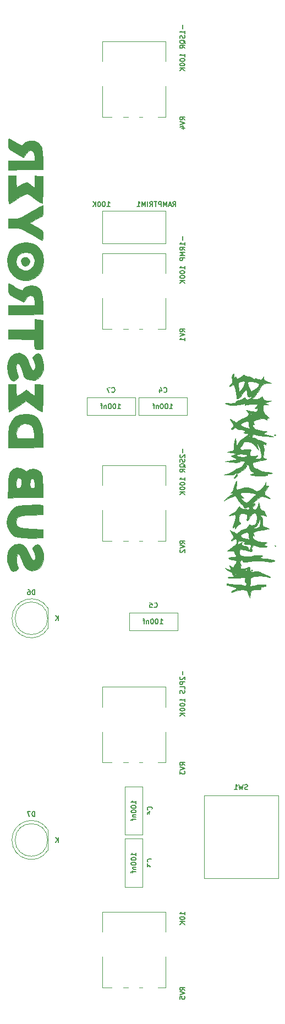
<source format=gbr>
%TF.GenerationSoftware,KiCad,Pcbnew,(5.1.12-1-10_14)*%
%TF.CreationDate,2021-12-12T18:07:50+01:00*%
%TF.ProjectId,sub_destroyer,7375625f-6465-4737-9472-6f7965722e6b,rev?*%
%TF.SameCoordinates,Original*%
%TF.FileFunction,Legend,Bot*%
%TF.FilePolarity,Positive*%
%FSLAX46Y46*%
G04 Gerber Fmt 4.6, Leading zero omitted, Abs format (unit mm)*
G04 Created by KiCad (PCBNEW (5.1.12-1-10_14)) date 2021-12-12 18:07:50*
%MOMM*%
%LPD*%
G01*
G04 APERTURE LIST*
%ADD10C,0.010000*%
%ADD11C,0.120000*%
%ADD12C,0.150000*%
%ADD13R,1.800000X1.800000*%
%ADD14C,1.800000*%
%ADD15R,1.600000X1.600000*%
%ADD16O,1.600000X1.600000*%
%ADD17C,1.600000*%
%ADD18R,1.600000X2.400000*%
%ADD19O,1.600000X2.400000*%
%ADD20R,2.400000X1.600000*%
%ADD21O,2.400000X1.600000*%
%ADD22O,1.050000X1.500000*%
%ADD23R,1.050000X1.500000*%
%ADD24C,1.440000*%
%ADD25C,3.240000*%
%ADD26C,3.100000*%
%ADD27C,1.500000*%
%ADD28R,1.500000X1.500000*%
%ADD29O,1.740000X2.200000*%
%ADD30R,1.727200X1.727200*%
%ADD31O,1.727200X1.727200*%
G04 APERTURE END LIST*
D10*
%TO.C,G\u002A\u002A\u002A*%
G36*
X201696503Y-83462238D02*
G01*
X201785314Y-83373427D01*
X201696503Y-83284616D01*
X201607692Y-83373427D01*
X201696503Y-83462238D01*
G37*
X201696503Y-83462238D02*
X201785314Y-83373427D01*
X201696503Y-83284616D01*
X201607692Y-83373427D01*
X201696503Y-83462238D01*
G36*
X201696503Y-100513986D02*
G01*
X201785314Y-100425175D01*
X201696503Y-100336364D01*
X201607692Y-100425175D01*
X201696503Y-100513986D01*
G37*
X201696503Y-100513986D02*
X201785314Y-100425175D01*
X201696503Y-100336364D01*
X201607692Y-100425175D01*
X201696503Y-100513986D01*
G36*
X193819639Y-106185962D02*
G01*
X194153089Y-106336121D01*
X194688468Y-106516613D01*
X195062995Y-106622705D01*
X195592187Y-106767811D01*
X195818156Y-106864426D01*
X195782340Y-106950131D01*
X195541380Y-107056534D01*
X195156951Y-107252700D01*
X194957526Y-107423989D01*
X195026296Y-107478603D01*
X195333392Y-107397871D01*
X195490604Y-107336453D01*
X196106517Y-107167031D01*
X196737065Y-107117566D01*
X196784947Y-107120739D01*
X197242522Y-107206298D01*
X197490862Y-107436697D01*
X197630069Y-107782788D01*
X197826572Y-108390750D01*
X197948957Y-107738382D01*
X198042061Y-107343306D01*
X198198151Y-107151871D01*
X198525999Y-107089701D01*
X198906999Y-107083294D01*
X199385902Y-107056122D01*
X199550948Y-106983148D01*
X199505614Y-106930315D01*
X199449389Y-106789021D01*
X199693467Y-106662771D01*
X200182930Y-106570745D01*
X200630769Y-106537391D01*
X201163636Y-106516784D01*
X200592701Y-106381073D01*
X200142462Y-106300950D01*
X199681024Y-106295105D01*
X199084137Y-106368717D01*
X198537880Y-106466726D01*
X197865971Y-106594869D01*
X197916202Y-105867986D01*
X197966125Y-105418706D01*
X198101832Y-105188918D01*
X198425181Y-105076585D01*
X198760974Y-105021711D01*
X199446014Y-104990012D01*
X200137465Y-105062399D01*
X200269204Y-105092814D01*
X200804909Y-105214485D01*
X201015898Y-105213209D01*
X200896692Y-105097065D01*
X200441806Y-104874126D01*
X200423166Y-104865981D01*
X199908727Y-104634627D01*
X199490171Y-104434452D01*
X199423761Y-104400209D01*
X199035390Y-104315572D01*
X198525803Y-104339966D01*
X198491243Y-104346098D01*
X198081386Y-104399850D01*
X197911802Y-104308708D01*
X197877655Y-104012030D01*
X197877622Y-103991141D01*
X197843534Y-103668490D01*
X197688385Y-103632543D01*
X197534054Y-103704940D01*
X197500202Y-103715793D01*
X197500202Y-103934964D01*
X197415071Y-104065081D01*
X197392121Y-104088475D01*
X197159237Y-104228776D01*
X197073621Y-104209752D01*
X197126925Y-104077624D01*
X197292689Y-103989043D01*
X197500202Y-103934964D01*
X197500202Y-103715793D01*
X197087085Y-103848251D01*
X196713005Y-103888812D01*
X196395031Y-103854295D01*
X196379049Y-103723597D01*
X196430668Y-103653676D01*
X196529840Y-103376445D01*
X196428832Y-103221560D01*
X196321598Y-102964061D01*
X196366962Y-102686094D01*
X196519464Y-102533398D01*
X196635908Y-102557659D01*
X196751906Y-102751264D01*
X196734370Y-102804805D01*
X196848743Y-102851707D01*
X197229217Y-102842169D01*
X197752801Y-102783506D01*
X198438037Y-102690656D01*
X198926349Y-102648338D01*
X199366401Y-102656720D01*
X199906854Y-102715970D01*
X200415463Y-102786520D01*
X201097772Y-102851221D01*
X201494518Y-102804829D01*
X201616912Y-102723157D01*
X201615216Y-102601093D01*
X201353711Y-102503423D01*
X200792120Y-102418021D01*
X200501217Y-102387202D01*
X199854529Y-102315762D01*
X199515136Y-102250605D01*
X199435884Y-102174238D01*
X199569621Y-102069171D01*
X199599669Y-102052771D01*
X199790596Y-101929979D01*
X199733060Y-101870515D01*
X199382898Y-101855382D01*
X199145831Y-101857562D01*
X198611523Y-101885506D01*
X198225596Y-101942230D01*
X198135239Y-101974337D01*
X197869560Y-102018170D01*
X197392340Y-102008606D01*
X197137646Y-101985544D01*
X196593500Y-101887475D01*
X196310208Y-101720768D01*
X196211148Y-101516983D01*
X196202831Y-101094634D01*
X196450862Y-100911474D01*
X196941695Y-100975704D01*
X197046643Y-101011213D01*
X197601746Y-101173275D01*
X197999104Y-101216110D01*
X198168988Y-101137225D01*
X198146324Y-101050524D01*
X198138446Y-100775667D01*
X198243745Y-100493661D01*
X198437705Y-100250045D01*
X198580498Y-100324045D01*
X198822292Y-100442527D01*
X199345114Y-100541074D01*
X200074801Y-100605963D01*
X200115602Y-100608089D01*
X201518881Y-100678836D01*
X200649129Y-100457554D01*
X200150445Y-100322530D01*
X199953787Y-100227560D01*
X200015505Y-100130804D01*
X200205073Y-100031906D01*
X200446731Y-99902003D01*
X200422035Y-99840197D01*
X200092568Y-99816946D01*
X199920279Y-99812900D01*
X199177821Y-99712850D01*
X198609164Y-99470680D01*
X198292671Y-99123707D01*
X198261771Y-99023105D01*
X198280717Y-98798225D01*
X198411135Y-98826973D01*
X198535940Y-98857263D01*
X198451871Y-98637763D01*
X198436127Y-98608045D01*
X198360122Y-98398192D01*
X198457300Y-98259763D01*
X198794365Y-98142655D01*
X199173301Y-98054320D01*
X199795029Y-97925265D01*
X200340996Y-97824927D01*
X200541958Y-97794493D01*
X200797039Y-97748315D01*
X200761825Y-97686192D01*
X200410404Y-97573757D01*
X200365901Y-97561002D01*
X199963684Y-97416642D01*
X199802607Y-97210433D01*
X199795706Y-96809726D01*
X199804325Y-96704403D01*
X199784850Y-96164895D01*
X199630280Y-95881240D01*
X199458748Y-95709623D01*
X199563455Y-95624118D01*
X199870797Y-95649128D01*
X200109172Y-95722467D01*
X200445782Y-95840163D01*
X200494238Y-95797228D01*
X200311041Y-95579806D01*
X200124661Y-95289131D01*
X200127118Y-95126495D01*
X200078512Y-95033969D01*
X199869121Y-95007693D01*
X199594459Y-94924230D01*
X199428966Y-94616361D01*
X199408290Y-94527701D01*
X199408290Y-96285889D01*
X199466588Y-96542054D01*
X199476223Y-96853724D01*
X199391127Y-97356297D01*
X199195263Y-97564214D01*
X198835845Y-97655954D01*
X198549963Y-97660065D01*
X198455446Y-97580757D01*
X198484499Y-97538812D01*
X198774175Y-97408003D01*
X198813650Y-97405595D01*
X198985975Y-97252340D01*
X199145473Y-96878353D01*
X199159172Y-96828322D01*
X199303419Y-96381119D01*
X199408290Y-96285889D01*
X199408290Y-94527701D01*
X199364893Y-94341609D01*
X199237464Y-93675525D01*
X199085332Y-94252798D01*
X198885820Y-94693642D01*
X198583033Y-94830070D01*
X198297733Y-94717808D01*
X198232867Y-94563637D01*
X198318683Y-94327117D01*
X198391486Y-94297203D01*
X198586925Y-94156251D01*
X198648873Y-94039815D01*
X198644145Y-93862147D01*
X198445849Y-93892456D01*
X198326311Y-93883232D01*
X198491380Y-93666383D01*
X198588112Y-93569179D01*
X199078902Y-93106792D01*
X199427637Y-92861566D01*
X199741323Y-92797349D01*
X200126964Y-92877987D01*
X200383691Y-92962516D01*
X200834234Y-93109153D01*
X200995004Y-93133321D01*
X200909663Y-93035116D01*
X200818848Y-92963475D01*
X200506678Y-92758810D01*
X200349390Y-92698602D01*
X200149413Y-92563727D01*
X200115772Y-92245974D01*
X200247137Y-91875655D01*
X200359314Y-91727024D01*
X200654581Y-91361322D01*
X200690011Y-91181425D01*
X200466106Y-91208417D01*
X200288861Y-91193722D01*
X200290636Y-90906888D01*
X200293494Y-90892003D01*
X200341256Y-90617948D01*
X200298299Y-90659236D01*
X200182844Y-90917448D01*
X199825150Y-91487067D01*
X199375676Y-91856802D01*
X198911314Y-91986504D01*
X198508957Y-91836024D01*
X198478438Y-91807390D01*
X198109362Y-91588209D01*
X197606111Y-91445266D01*
X197141625Y-91417427D01*
X197067521Y-91437843D01*
X197067521Y-92164850D01*
X197619246Y-92180786D01*
X198159983Y-92250508D01*
X198578674Y-92364797D01*
X198764260Y-92514437D01*
X198765734Y-92529601D01*
X198633483Y-92714437D01*
X198304410Y-92995373D01*
X198188461Y-93079741D01*
X197805763Y-93371238D01*
X197573829Y-93590690D01*
X197551981Y-93624703D01*
X197341464Y-93761977D01*
X197005645Y-93650094D01*
X196723077Y-93409091D01*
X196508773Y-93151853D01*
X196540678Y-93063492D01*
X196735069Y-93053847D01*
X196940721Y-93031058D01*
X196869604Y-92921121D01*
X196670816Y-92775260D01*
X196413442Y-92519886D01*
X196375343Y-92331204D01*
X196615867Y-92211916D01*
X197067521Y-92164850D01*
X197067521Y-91437843D01*
X196962685Y-91466727D01*
X196592224Y-91609192D01*
X196204880Y-91703782D01*
X195890175Y-91739172D01*
X195762302Y-91630864D01*
X195759479Y-91290364D01*
X195777409Y-91091474D01*
X195809025Y-90650530D01*
X195806243Y-90406600D01*
X195797637Y-90389511D01*
X195689925Y-90537554D01*
X195537349Y-90889219D01*
X195389997Y-91305807D01*
X195297959Y-91648619D01*
X195297005Y-91775794D01*
X195250066Y-91939821D01*
X195077309Y-92116938D01*
X194921958Y-92267922D01*
X194991258Y-92257235D01*
X195188027Y-92258795D01*
X195213286Y-92332874D01*
X195115179Y-92519012D01*
X195080070Y-92527367D01*
X194870692Y-92636639D01*
X194516847Y-92900004D01*
X194413986Y-92985246D01*
X193881119Y-93436737D01*
X194628938Y-93067669D01*
X195105354Y-92847863D01*
X195451565Y-92715764D01*
X195533485Y-92698602D01*
X195709260Y-92840468D01*
X195953516Y-93193637D01*
X196025009Y-93320280D01*
X196285026Y-93715549D01*
X196517530Y-93929493D01*
X196565130Y-93941958D01*
X196768628Y-94090790D01*
X196866829Y-94310492D01*
X196994918Y-94565580D01*
X197243112Y-94527475D01*
X197313846Y-94491368D01*
X197613494Y-94398852D01*
X197765481Y-94566890D01*
X197775685Y-94757275D01*
X197574331Y-94822312D01*
X197108133Y-94770704D01*
X196834091Y-94719056D01*
X196410880Y-94549106D01*
X196264531Y-94319406D01*
X196197557Y-94268220D01*
X196048802Y-94497504D01*
X195997736Y-94607681D01*
X195604683Y-95146680D01*
X195168519Y-95449100D01*
X194591608Y-95713608D01*
X195124475Y-95622724D01*
X195496878Y-95592702D01*
X195635268Y-95737589D01*
X195651048Y-96024661D01*
X195566205Y-96550723D01*
X195429020Y-96905456D01*
X195275437Y-97252641D01*
X195213004Y-97526443D01*
X195247370Y-97639564D01*
X195384184Y-97504707D01*
X195390909Y-97494406D01*
X195526280Y-97343059D01*
X195573753Y-97516043D01*
X195577070Y-97583217D01*
X195600604Y-97812843D01*
X195672683Y-97727792D01*
X195751689Y-97538812D01*
X195976077Y-97229699D01*
X196184486Y-97139161D01*
X196425663Y-97037248D01*
X196410826Y-96842241D01*
X196263605Y-96749174D01*
X196153365Y-96533190D01*
X196192161Y-96036776D01*
X196194255Y-96025520D01*
X196303036Y-95594982D01*
X196481819Y-95420387D01*
X196841776Y-95404827D01*
X196901536Y-95408980D01*
X197289755Y-95463801D01*
X197425271Y-95625621D01*
X197394709Y-96009953D01*
X197387221Y-96056637D01*
X197368946Y-96455035D01*
X197471176Y-96544934D01*
X197659331Y-96337442D01*
X197876043Y-95899616D01*
X198158948Y-95476691D01*
X198498323Y-95362937D01*
X198746646Y-95405115D01*
X198868076Y-95593707D01*
X198910678Y-96021808D01*
X198914481Y-96168939D01*
X198896714Y-96689722D01*
X198781209Y-96980547D01*
X198515405Y-97163817D01*
X198480232Y-97180169D01*
X198114521Y-97295737D01*
X197914037Y-97194634D01*
X197889545Y-97158453D01*
X197757096Y-97067023D01*
X197654576Y-97293680D01*
X197408949Y-97615323D01*
X197302410Y-97663387D01*
X197302410Y-98320829D01*
X197601354Y-98350423D01*
X197660037Y-98575002D01*
X197639731Y-98638620D01*
X197650561Y-98969808D01*
X197713713Y-99109115D01*
X197852914Y-99347120D01*
X197874902Y-99399406D01*
X197724077Y-99398116D01*
X197352204Y-99341832D01*
X197300349Y-99332380D01*
X196822975Y-99191652D01*
X196657927Y-99099743D01*
X196657927Y-99632941D01*
X196993519Y-99718075D01*
X197068945Y-99788326D01*
X197031598Y-99986883D01*
X196946211Y-100040737D01*
X196955771Y-100099350D01*
X197247044Y-100138529D01*
X197408164Y-100144719D01*
X197849560Y-100182402D01*
X198007540Y-100294381D01*
X197985437Y-100439703D01*
X197889377Y-100785030D01*
X197877622Y-100894241D01*
X197767563Y-100985952D01*
X197697102Y-100956252D01*
X197591043Y-100749016D01*
X197613227Y-100688310D01*
X197526118Y-100557936D01*
X197187704Y-100435999D01*
X197095534Y-100416685D01*
X196684941Y-100297794D01*
X196565348Y-100123124D01*
X196590987Y-100008060D01*
X196638925Y-99814632D01*
X196500832Y-99879545D01*
X196396796Y-99962025D01*
X196100747Y-100112383D01*
X195944866Y-100042350D01*
X196005284Y-99815314D01*
X196263788Y-99666997D01*
X196657927Y-99632941D01*
X196657927Y-99099743D01*
X196484739Y-99003300D01*
X196484334Y-99002924D01*
X196378778Y-98826702D01*
X196527819Y-98655155D01*
X196816748Y-98495528D01*
X197302410Y-98320829D01*
X197302410Y-97663387D01*
X197052660Y-97776062D01*
X196536677Y-97990703D01*
X196136449Y-98267957D01*
X195832999Y-98503663D01*
X195654505Y-98493362D01*
X195561896Y-98377863D01*
X195423972Y-98232051D01*
X195393629Y-98276830D01*
X195280483Y-98291914D01*
X195011464Y-98104740D01*
X195005132Y-98099208D01*
X194784104Y-97945029D01*
X194764583Y-98025383D01*
X194930612Y-98293895D01*
X195179022Y-98604546D01*
X195345595Y-98865946D01*
X195266790Y-99101650D01*
X195124475Y-99270630D01*
X194953918Y-99543989D01*
X195034128Y-99626282D01*
X195292070Y-99472564D01*
X195355384Y-99412728D01*
X195614364Y-99302408D01*
X195796199Y-99466700D01*
X195831653Y-99825060D01*
X195808431Y-99939777D01*
X195685532Y-100248961D01*
X195592220Y-100337246D01*
X195394480Y-100439906D01*
X195045086Y-100693374D01*
X194946853Y-100771830D01*
X194413986Y-101205531D01*
X194942440Y-101170598D01*
X195325447Y-101206183D01*
X195475307Y-101342891D01*
X195582214Y-101647174D01*
X195612937Y-101683334D01*
X195742075Y-101931603D01*
X195535697Y-102075655D01*
X195124475Y-102112588D01*
X194659043Y-102161003D01*
X194523067Y-102278611D01*
X194708430Y-102423956D01*
X195207016Y-102555582D01*
X195211355Y-102556317D01*
X195628084Y-102644140D01*
X195791385Y-102776424D01*
X195718053Y-103034676D01*
X195657342Y-103131121D01*
X195657342Y-104599301D01*
X195746154Y-104688112D01*
X195657342Y-104776923D01*
X195568531Y-104688112D01*
X195657342Y-104599301D01*
X195657342Y-103131121D01*
X195424886Y-103500403D01*
X195410394Y-103522145D01*
X195238989Y-103686146D01*
X195016282Y-103589837D01*
X194931310Y-103522145D01*
X194722845Y-103367096D01*
X194729915Y-103461259D01*
X194835211Y-103666784D01*
X194937738Y-103981320D01*
X194781195Y-104064651D01*
X194358410Y-103919437D01*
X194269092Y-103876890D01*
X194045814Y-103779624D01*
X194088913Y-103850933D01*
X194325175Y-104050563D01*
X194707340Y-104307036D01*
X195007841Y-104417672D01*
X195010262Y-104417729D01*
X195171010Y-104546425D01*
X195153220Y-104677254D01*
X195205244Y-104896487D01*
X195533867Y-105005885D01*
X195673358Y-105053323D01*
X195480163Y-105095777D01*
X195124475Y-105120822D01*
X194639252Y-105154416D01*
X194478104Y-105201384D01*
X194609862Y-105274045D01*
X194680419Y-105296318D01*
X195102119Y-105350933D01*
X195714244Y-105349204D01*
X196160112Y-105314522D01*
X196736383Y-105257363D01*
X197037348Y-105266663D01*
X197140382Y-105366284D01*
X197122861Y-105580086D01*
X197117261Y-105609695D01*
X197111894Y-105923561D01*
X197191764Y-106020280D01*
X197327601Y-106164503D01*
X197344755Y-106286714D01*
X197212711Y-106510326D01*
X196932257Y-106540017D01*
X196753595Y-106435647D01*
X196524660Y-106367462D01*
X196055375Y-106313538D01*
X195613851Y-106291188D01*
X194940463Y-106252334D01*
X194328304Y-106182164D01*
X194058741Y-106131044D01*
X193733886Y-106065057D01*
X193719800Y-106115747D01*
X193819639Y-106185962D01*
G37*
X193819639Y-106185962D02*
X194153089Y-106336121D01*
X194688468Y-106516613D01*
X195062995Y-106622705D01*
X195592187Y-106767811D01*
X195818156Y-106864426D01*
X195782340Y-106950131D01*
X195541380Y-107056534D01*
X195156951Y-107252700D01*
X194957526Y-107423989D01*
X195026296Y-107478603D01*
X195333392Y-107397871D01*
X195490604Y-107336453D01*
X196106517Y-107167031D01*
X196737065Y-107117566D01*
X196784947Y-107120739D01*
X197242522Y-107206298D01*
X197490862Y-107436697D01*
X197630069Y-107782788D01*
X197826572Y-108390750D01*
X197948957Y-107738382D01*
X198042061Y-107343306D01*
X198198151Y-107151871D01*
X198525999Y-107089701D01*
X198906999Y-107083294D01*
X199385902Y-107056122D01*
X199550948Y-106983148D01*
X199505614Y-106930315D01*
X199449389Y-106789021D01*
X199693467Y-106662771D01*
X200182930Y-106570745D01*
X200630769Y-106537391D01*
X201163636Y-106516784D01*
X200592701Y-106381073D01*
X200142462Y-106300950D01*
X199681024Y-106295105D01*
X199084137Y-106368717D01*
X198537880Y-106466726D01*
X197865971Y-106594869D01*
X197916202Y-105867986D01*
X197966125Y-105418706D01*
X198101832Y-105188918D01*
X198425181Y-105076585D01*
X198760974Y-105021711D01*
X199446014Y-104990012D01*
X200137465Y-105062399D01*
X200269204Y-105092814D01*
X200804909Y-105214485D01*
X201015898Y-105213209D01*
X200896692Y-105097065D01*
X200441806Y-104874126D01*
X200423166Y-104865981D01*
X199908727Y-104634627D01*
X199490171Y-104434452D01*
X199423761Y-104400209D01*
X199035390Y-104315572D01*
X198525803Y-104339966D01*
X198491243Y-104346098D01*
X198081386Y-104399850D01*
X197911802Y-104308708D01*
X197877655Y-104012030D01*
X197877622Y-103991141D01*
X197843534Y-103668490D01*
X197688385Y-103632543D01*
X197534054Y-103704940D01*
X197500202Y-103715793D01*
X197500202Y-103934964D01*
X197415071Y-104065081D01*
X197392121Y-104088475D01*
X197159237Y-104228776D01*
X197073621Y-104209752D01*
X197126925Y-104077624D01*
X197292689Y-103989043D01*
X197500202Y-103934964D01*
X197500202Y-103715793D01*
X197087085Y-103848251D01*
X196713005Y-103888812D01*
X196395031Y-103854295D01*
X196379049Y-103723597D01*
X196430668Y-103653676D01*
X196529840Y-103376445D01*
X196428832Y-103221560D01*
X196321598Y-102964061D01*
X196366962Y-102686094D01*
X196519464Y-102533398D01*
X196635908Y-102557659D01*
X196751906Y-102751264D01*
X196734370Y-102804805D01*
X196848743Y-102851707D01*
X197229217Y-102842169D01*
X197752801Y-102783506D01*
X198438037Y-102690656D01*
X198926349Y-102648338D01*
X199366401Y-102656720D01*
X199906854Y-102715970D01*
X200415463Y-102786520D01*
X201097772Y-102851221D01*
X201494518Y-102804829D01*
X201616912Y-102723157D01*
X201615216Y-102601093D01*
X201353711Y-102503423D01*
X200792120Y-102418021D01*
X200501217Y-102387202D01*
X199854529Y-102315762D01*
X199515136Y-102250605D01*
X199435884Y-102174238D01*
X199569621Y-102069171D01*
X199599669Y-102052771D01*
X199790596Y-101929979D01*
X199733060Y-101870515D01*
X199382898Y-101855382D01*
X199145831Y-101857562D01*
X198611523Y-101885506D01*
X198225596Y-101942230D01*
X198135239Y-101974337D01*
X197869560Y-102018170D01*
X197392340Y-102008606D01*
X197137646Y-101985544D01*
X196593500Y-101887475D01*
X196310208Y-101720768D01*
X196211148Y-101516983D01*
X196202831Y-101094634D01*
X196450862Y-100911474D01*
X196941695Y-100975704D01*
X197046643Y-101011213D01*
X197601746Y-101173275D01*
X197999104Y-101216110D01*
X198168988Y-101137225D01*
X198146324Y-101050524D01*
X198138446Y-100775667D01*
X198243745Y-100493661D01*
X198437705Y-100250045D01*
X198580498Y-100324045D01*
X198822292Y-100442527D01*
X199345114Y-100541074D01*
X200074801Y-100605963D01*
X200115602Y-100608089D01*
X201518881Y-100678836D01*
X200649129Y-100457554D01*
X200150445Y-100322530D01*
X199953787Y-100227560D01*
X200015505Y-100130804D01*
X200205073Y-100031906D01*
X200446731Y-99902003D01*
X200422035Y-99840197D01*
X200092568Y-99816946D01*
X199920279Y-99812900D01*
X199177821Y-99712850D01*
X198609164Y-99470680D01*
X198292671Y-99123707D01*
X198261771Y-99023105D01*
X198280717Y-98798225D01*
X198411135Y-98826973D01*
X198535940Y-98857263D01*
X198451871Y-98637763D01*
X198436127Y-98608045D01*
X198360122Y-98398192D01*
X198457300Y-98259763D01*
X198794365Y-98142655D01*
X199173301Y-98054320D01*
X199795029Y-97925265D01*
X200340996Y-97824927D01*
X200541958Y-97794493D01*
X200797039Y-97748315D01*
X200761825Y-97686192D01*
X200410404Y-97573757D01*
X200365901Y-97561002D01*
X199963684Y-97416642D01*
X199802607Y-97210433D01*
X199795706Y-96809726D01*
X199804325Y-96704403D01*
X199784850Y-96164895D01*
X199630280Y-95881240D01*
X199458748Y-95709623D01*
X199563455Y-95624118D01*
X199870797Y-95649128D01*
X200109172Y-95722467D01*
X200445782Y-95840163D01*
X200494238Y-95797228D01*
X200311041Y-95579806D01*
X200124661Y-95289131D01*
X200127118Y-95126495D01*
X200078512Y-95033969D01*
X199869121Y-95007693D01*
X199594459Y-94924230D01*
X199428966Y-94616361D01*
X199408290Y-94527701D01*
X199408290Y-96285889D01*
X199466588Y-96542054D01*
X199476223Y-96853724D01*
X199391127Y-97356297D01*
X199195263Y-97564214D01*
X198835845Y-97655954D01*
X198549963Y-97660065D01*
X198455446Y-97580757D01*
X198484499Y-97538812D01*
X198774175Y-97408003D01*
X198813650Y-97405595D01*
X198985975Y-97252340D01*
X199145473Y-96878353D01*
X199159172Y-96828322D01*
X199303419Y-96381119D01*
X199408290Y-96285889D01*
X199408290Y-94527701D01*
X199364893Y-94341609D01*
X199237464Y-93675525D01*
X199085332Y-94252798D01*
X198885820Y-94693642D01*
X198583033Y-94830070D01*
X198297733Y-94717808D01*
X198232867Y-94563637D01*
X198318683Y-94327117D01*
X198391486Y-94297203D01*
X198586925Y-94156251D01*
X198648873Y-94039815D01*
X198644145Y-93862147D01*
X198445849Y-93892456D01*
X198326311Y-93883232D01*
X198491380Y-93666383D01*
X198588112Y-93569179D01*
X199078902Y-93106792D01*
X199427637Y-92861566D01*
X199741323Y-92797349D01*
X200126964Y-92877987D01*
X200383691Y-92962516D01*
X200834234Y-93109153D01*
X200995004Y-93133321D01*
X200909663Y-93035116D01*
X200818848Y-92963475D01*
X200506678Y-92758810D01*
X200349390Y-92698602D01*
X200149413Y-92563727D01*
X200115772Y-92245974D01*
X200247137Y-91875655D01*
X200359314Y-91727024D01*
X200654581Y-91361322D01*
X200690011Y-91181425D01*
X200466106Y-91208417D01*
X200288861Y-91193722D01*
X200290636Y-90906888D01*
X200293494Y-90892003D01*
X200341256Y-90617948D01*
X200298299Y-90659236D01*
X200182844Y-90917448D01*
X199825150Y-91487067D01*
X199375676Y-91856802D01*
X198911314Y-91986504D01*
X198508957Y-91836024D01*
X198478438Y-91807390D01*
X198109362Y-91588209D01*
X197606111Y-91445266D01*
X197141625Y-91417427D01*
X197067521Y-91437843D01*
X197067521Y-92164850D01*
X197619246Y-92180786D01*
X198159983Y-92250508D01*
X198578674Y-92364797D01*
X198764260Y-92514437D01*
X198765734Y-92529601D01*
X198633483Y-92714437D01*
X198304410Y-92995373D01*
X198188461Y-93079741D01*
X197805763Y-93371238D01*
X197573829Y-93590690D01*
X197551981Y-93624703D01*
X197341464Y-93761977D01*
X197005645Y-93650094D01*
X196723077Y-93409091D01*
X196508773Y-93151853D01*
X196540678Y-93063492D01*
X196735069Y-93053847D01*
X196940721Y-93031058D01*
X196869604Y-92921121D01*
X196670816Y-92775260D01*
X196413442Y-92519886D01*
X196375343Y-92331204D01*
X196615867Y-92211916D01*
X197067521Y-92164850D01*
X197067521Y-91437843D01*
X196962685Y-91466727D01*
X196592224Y-91609192D01*
X196204880Y-91703782D01*
X195890175Y-91739172D01*
X195762302Y-91630864D01*
X195759479Y-91290364D01*
X195777409Y-91091474D01*
X195809025Y-90650530D01*
X195806243Y-90406600D01*
X195797637Y-90389511D01*
X195689925Y-90537554D01*
X195537349Y-90889219D01*
X195389997Y-91305807D01*
X195297959Y-91648619D01*
X195297005Y-91775794D01*
X195250066Y-91939821D01*
X195077309Y-92116938D01*
X194921958Y-92267922D01*
X194991258Y-92257235D01*
X195188027Y-92258795D01*
X195213286Y-92332874D01*
X195115179Y-92519012D01*
X195080070Y-92527367D01*
X194870692Y-92636639D01*
X194516847Y-92900004D01*
X194413986Y-92985246D01*
X193881119Y-93436737D01*
X194628938Y-93067669D01*
X195105354Y-92847863D01*
X195451565Y-92715764D01*
X195533485Y-92698602D01*
X195709260Y-92840468D01*
X195953516Y-93193637D01*
X196025009Y-93320280D01*
X196285026Y-93715549D01*
X196517530Y-93929493D01*
X196565130Y-93941958D01*
X196768628Y-94090790D01*
X196866829Y-94310492D01*
X196994918Y-94565580D01*
X197243112Y-94527475D01*
X197313846Y-94491368D01*
X197613494Y-94398852D01*
X197765481Y-94566890D01*
X197775685Y-94757275D01*
X197574331Y-94822312D01*
X197108133Y-94770704D01*
X196834091Y-94719056D01*
X196410880Y-94549106D01*
X196264531Y-94319406D01*
X196197557Y-94268220D01*
X196048802Y-94497504D01*
X195997736Y-94607681D01*
X195604683Y-95146680D01*
X195168519Y-95449100D01*
X194591608Y-95713608D01*
X195124475Y-95622724D01*
X195496878Y-95592702D01*
X195635268Y-95737589D01*
X195651048Y-96024661D01*
X195566205Y-96550723D01*
X195429020Y-96905456D01*
X195275437Y-97252641D01*
X195213004Y-97526443D01*
X195247370Y-97639564D01*
X195384184Y-97504707D01*
X195390909Y-97494406D01*
X195526280Y-97343059D01*
X195573753Y-97516043D01*
X195577070Y-97583217D01*
X195600604Y-97812843D01*
X195672683Y-97727792D01*
X195751689Y-97538812D01*
X195976077Y-97229699D01*
X196184486Y-97139161D01*
X196425663Y-97037248D01*
X196410826Y-96842241D01*
X196263605Y-96749174D01*
X196153365Y-96533190D01*
X196192161Y-96036776D01*
X196194255Y-96025520D01*
X196303036Y-95594982D01*
X196481819Y-95420387D01*
X196841776Y-95404827D01*
X196901536Y-95408980D01*
X197289755Y-95463801D01*
X197425271Y-95625621D01*
X197394709Y-96009953D01*
X197387221Y-96056637D01*
X197368946Y-96455035D01*
X197471176Y-96544934D01*
X197659331Y-96337442D01*
X197876043Y-95899616D01*
X198158948Y-95476691D01*
X198498323Y-95362937D01*
X198746646Y-95405115D01*
X198868076Y-95593707D01*
X198910678Y-96021808D01*
X198914481Y-96168939D01*
X198896714Y-96689722D01*
X198781209Y-96980547D01*
X198515405Y-97163817D01*
X198480232Y-97180169D01*
X198114521Y-97295737D01*
X197914037Y-97194634D01*
X197889545Y-97158453D01*
X197757096Y-97067023D01*
X197654576Y-97293680D01*
X197408949Y-97615323D01*
X197302410Y-97663387D01*
X197302410Y-98320829D01*
X197601354Y-98350423D01*
X197660037Y-98575002D01*
X197639731Y-98638620D01*
X197650561Y-98969808D01*
X197713713Y-99109115D01*
X197852914Y-99347120D01*
X197874902Y-99399406D01*
X197724077Y-99398116D01*
X197352204Y-99341832D01*
X197300349Y-99332380D01*
X196822975Y-99191652D01*
X196657927Y-99099743D01*
X196657927Y-99632941D01*
X196993519Y-99718075D01*
X197068945Y-99788326D01*
X197031598Y-99986883D01*
X196946211Y-100040737D01*
X196955771Y-100099350D01*
X197247044Y-100138529D01*
X197408164Y-100144719D01*
X197849560Y-100182402D01*
X198007540Y-100294381D01*
X197985437Y-100439703D01*
X197889377Y-100785030D01*
X197877622Y-100894241D01*
X197767563Y-100985952D01*
X197697102Y-100956252D01*
X197591043Y-100749016D01*
X197613227Y-100688310D01*
X197526118Y-100557936D01*
X197187704Y-100435999D01*
X197095534Y-100416685D01*
X196684941Y-100297794D01*
X196565348Y-100123124D01*
X196590987Y-100008060D01*
X196638925Y-99814632D01*
X196500832Y-99879545D01*
X196396796Y-99962025D01*
X196100747Y-100112383D01*
X195944866Y-100042350D01*
X196005284Y-99815314D01*
X196263788Y-99666997D01*
X196657927Y-99632941D01*
X196657927Y-99099743D01*
X196484739Y-99003300D01*
X196484334Y-99002924D01*
X196378778Y-98826702D01*
X196527819Y-98655155D01*
X196816748Y-98495528D01*
X197302410Y-98320829D01*
X197302410Y-97663387D01*
X197052660Y-97776062D01*
X196536677Y-97990703D01*
X196136449Y-98267957D01*
X195832999Y-98503663D01*
X195654505Y-98493362D01*
X195561896Y-98377863D01*
X195423972Y-98232051D01*
X195393629Y-98276830D01*
X195280483Y-98291914D01*
X195011464Y-98104740D01*
X195005132Y-98099208D01*
X194784104Y-97945029D01*
X194764583Y-98025383D01*
X194930612Y-98293895D01*
X195179022Y-98604546D01*
X195345595Y-98865946D01*
X195266790Y-99101650D01*
X195124475Y-99270630D01*
X194953918Y-99543989D01*
X195034128Y-99626282D01*
X195292070Y-99472564D01*
X195355384Y-99412728D01*
X195614364Y-99302408D01*
X195796199Y-99466700D01*
X195831653Y-99825060D01*
X195808431Y-99939777D01*
X195685532Y-100248961D01*
X195592220Y-100337246D01*
X195394480Y-100439906D01*
X195045086Y-100693374D01*
X194946853Y-100771830D01*
X194413986Y-101205531D01*
X194942440Y-101170598D01*
X195325447Y-101206183D01*
X195475307Y-101342891D01*
X195582214Y-101647174D01*
X195612937Y-101683334D01*
X195742075Y-101931603D01*
X195535697Y-102075655D01*
X195124475Y-102112588D01*
X194659043Y-102161003D01*
X194523067Y-102278611D01*
X194708430Y-102423956D01*
X195207016Y-102555582D01*
X195211355Y-102556317D01*
X195628084Y-102644140D01*
X195791385Y-102776424D01*
X195718053Y-103034676D01*
X195657342Y-103131121D01*
X195657342Y-104599301D01*
X195746154Y-104688112D01*
X195657342Y-104776923D01*
X195568531Y-104688112D01*
X195657342Y-104599301D01*
X195657342Y-103131121D01*
X195424886Y-103500403D01*
X195410394Y-103522145D01*
X195238989Y-103686146D01*
X195016282Y-103589837D01*
X194931310Y-103522145D01*
X194722845Y-103367096D01*
X194729915Y-103461259D01*
X194835211Y-103666784D01*
X194937738Y-103981320D01*
X194781195Y-104064651D01*
X194358410Y-103919437D01*
X194269092Y-103876890D01*
X194045814Y-103779624D01*
X194088913Y-103850933D01*
X194325175Y-104050563D01*
X194707340Y-104307036D01*
X195007841Y-104417672D01*
X195010262Y-104417729D01*
X195171010Y-104546425D01*
X195153220Y-104677254D01*
X195205244Y-104896487D01*
X195533867Y-105005885D01*
X195673358Y-105053323D01*
X195480163Y-105095777D01*
X195124475Y-105120822D01*
X194639252Y-105154416D01*
X194478104Y-105201384D01*
X194609862Y-105274045D01*
X194680419Y-105296318D01*
X195102119Y-105350933D01*
X195714244Y-105349204D01*
X196160112Y-105314522D01*
X196736383Y-105257363D01*
X197037348Y-105266663D01*
X197140382Y-105366284D01*
X197122861Y-105580086D01*
X197117261Y-105609695D01*
X197111894Y-105923561D01*
X197191764Y-106020280D01*
X197327601Y-106164503D01*
X197344755Y-106286714D01*
X197212711Y-106510326D01*
X196932257Y-106540017D01*
X196753595Y-106435647D01*
X196524660Y-106367462D01*
X196055375Y-106313538D01*
X195613851Y-106291188D01*
X194940463Y-106252334D01*
X194328304Y-106182164D01*
X194058741Y-106131044D01*
X193733886Y-106065057D01*
X193719800Y-106115747D01*
X193819639Y-106185962D01*
G36*
X194625531Y-89485380D02*
G01*
X195114109Y-89454876D01*
X195436997Y-89359200D01*
X195484185Y-89316551D01*
X195725944Y-89204743D01*
X195899622Y-89227299D01*
X196195557Y-89169704D01*
X196601944Y-88929382D01*
X197002952Y-88597455D01*
X197282748Y-88265046D01*
X197344755Y-88090433D01*
X197412612Y-87893180D01*
X197564838Y-87955141D01*
X197724416Y-88219060D01*
X197784844Y-88417602D01*
X198013346Y-88873841D01*
X198287418Y-89058107D01*
X198556944Y-89159234D01*
X198497119Y-89224611D01*
X198321678Y-89271034D01*
X197938302Y-89396085D01*
X197908807Y-89496148D01*
X198233339Y-89571278D01*
X198912046Y-89621533D01*
X199266590Y-89634226D01*
X200031002Y-89640496D01*
X200473119Y-89607589D01*
X200579094Y-89536800D01*
X200552126Y-89513773D01*
X200479479Y-89398077D01*
X200717085Y-89321538D01*
X200996182Y-89290432D01*
X201315952Y-89254847D01*
X201359623Y-89216425D01*
X201101444Y-89164375D01*
X200515661Y-89087906D01*
X200511713Y-89087425D01*
X199784976Y-88962286D01*
X199343297Y-88803711D01*
X199230674Y-88692472D01*
X199013233Y-88527145D01*
X198865398Y-88544890D01*
X198584702Y-88482289D01*
X198385765Y-88185900D01*
X198261737Y-87824875D01*
X198265210Y-87633625D01*
X198472329Y-87556693D01*
X198931669Y-87439609D01*
X199546156Y-87306979D01*
X199581825Y-87299861D01*
X200104692Y-87181791D01*
X200381406Y-87089253D01*
X200365137Y-87039026D01*
X200319930Y-87035417D01*
X199991713Y-86977392D01*
X199869996Y-86787096D01*
X199926239Y-86384051D01*
X199997652Y-86126574D01*
X200041258Y-85609936D01*
X199974977Y-85258233D01*
X199881559Y-84863897D01*
X200005299Y-84745996D01*
X200367231Y-84884769D01*
X200370558Y-84886547D01*
X200639463Y-84997156D01*
X200640940Y-84899675D01*
X200384502Y-84664843D01*
X199959203Y-84408820D01*
X199512605Y-84208138D01*
X199192272Y-84139328D01*
X199178778Y-84141351D01*
X198902053Y-84053704D01*
X198857456Y-83999816D01*
X198604656Y-83847499D01*
X198393757Y-83817483D01*
X198155346Y-83774025D01*
X198175721Y-83577857D01*
X198245709Y-83438241D01*
X198438518Y-83197121D01*
X198580498Y-83272297D01*
X198822292Y-83390779D01*
X199345114Y-83489326D01*
X200074801Y-83554215D01*
X200115602Y-83556341D01*
X201518881Y-83627088D01*
X200649129Y-83405806D01*
X200150445Y-83270782D01*
X199953787Y-83175812D01*
X200015505Y-83079056D01*
X200205073Y-82980157D01*
X200446731Y-82850254D01*
X200422035Y-82788449D01*
X200092568Y-82765197D01*
X199920279Y-82761152D01*
X199177821Y-82661101D01*
X198609164Y-82418931D01*
X198292671Y-82071959D01*
X198261771Y-81971356D01*
X198280717Y-81746477D01*
X198411135Y-81775225D01*
X198536441Y-81805084D01*
X198450455Y-81583189D01*
X198440735Y-81564907D01*
X198368904Y-81346925D01*
X198487759Y-81194446D01*
X198863510Y-81046286D01*
X199069830Y-80983577D01*
X199633287Y-80849078D01*
X200002386Y-80859454D01*
X200230438Y-80961610D01*
X200456769Y-81065413D01*
X200461251Y-80988638D01*
X200499255Y-80828632D01*
X200664692Y-80791608D01*
X200836566Y-80756552D01*
X200710277Y-80636803D01*
X200551034Y-80544423D01*
X200103059Y-80155851D01*
X199882589Y-79574773D01*
X199843952Y-79140782D01*
X199865595Y-78803866D01*
X200024677Y-78696911D01*
X200408741Y-78742008D01*
X200777403Y-78802515D01*
X200821062Y-78777925D01*
X200563630Y-78649900D01*
X200541958Y-78639840D01*
X200097902Y-78433872D01*
X201163636Y-78175598D01*
X200580640Y-78154582D01*
X200105686Y-78055530D01*
X199855462Y-77763458D01*
X199843535Y-77733916D01*
X199713428Y-77476101D01*
X199713053Y-77476320D01*
X199713053Y-80146620D01*
X199818650Y-80171003D01*
X199831468Y-80265035D01*
X199766479Y-80411239D01*
X199713053Y-80383450D01*
X199691795Y-80172654D01*
X199713053Y-80146620D01*
X199713053Y-77476320D01*
X199610975Y-77536073D01*
X199574749Y-77616629D01*
X199308376Y-77836328D01*
X198846469Y-77922059D01*
X198382214Y-77894958D01*
X198255645Y-77762030D01*
X198463543Y-77517361D01*
X198578598Y-77429934D01*
X198810911Y-77187423D01*
X198834549Y-77035478D01*
X198874853Y-76897712D01*
X198928312Y-76890210D01*
X199122392Y-76746967D01*
X199364188Y-76394171D01*
X199407635Y-76312937D01*
X199714238Y-75806141D01*
X200037647Y-75552820D01*
X200500895Y-75467462D01*
X200630769Y-75462798D01*
X201163636Y-75450926D01*
X200508709Y-75179098D01*
X200066184Y-74939195D01*
X199931366Y-74696730D01*
X199945937Y-74610977D01*
X199973491Y-74443456D01*
X199843422Y-74555731D01*
X199760140Y-74655395D01*
X199497400Y-74883502D01*
X199188872Y-74856687D01*
X199035150Y-74792420D01*
X198702529Y-74677936D01*
X198586712Y-74762175D01*
X198582463Y-74806955D01*
X198497973Y-74870918D01*
X198340853Y-74714336D01*
X197980275Y-74478868D01*
X197795497Y-74446710D01*
X197795497Y-75147448D01*
X198220317Y-75182489D01*
X198698384Y-75279024D01*
X199099914Y-75409879D01*
X199295124Y-75547883D01*
X199298601Y-75566396D01*
X199172634Y-75816637D01*
X198859435Y-76158015D01*
X198752106Y-76252742D01*
X198369199Y-76544720D01*
X198091550Y-76703153D01*
X198048746Y-76712588D01*
X197911563Y-76561029D01*
X197750093Y-76197127D01*
X197608930Y-75757038D01*
X197532668Y-75376921D01*
X197553706Y-75201072D01*
X197795497Y-75147448D01*
X197795497Y-74446710D01*
X197547201Y-74403497D01*
X197160870Y-74345497D01*
X196990048Y-74204182D01*
X196989510Y-74194912D01*
X196928476Y-74172600D01*
X196928476Y-75116412D01*
X197050141Y-75250326D01*
X197008214Y-75594391D01*
X196822721Y-76054648D01*
X196673454Y-76312937D01*
X196389533Y-76646578D01*
X196194575Y-76666760D01*
X196125312Y-76373481D01*
X196127423Y-76312937D01*
X196091708Y-75856414D01*
X196026576Y-75625791D01*
X196073621Y-75371662D01*
X196403513Y-75188443D01*
X196928476Y-75116412D01*
X196928476Y-74172600D01*
X196882043Y-74155624D01*
X196619225Y-74335220D01*
X196578412Y-74372535D01*
X196166637Y-74677765D01*
X195868534Y-74742676D01*
X195744063Y-74555479D01*
X195743434Y-74536714D01*
X195682027Y-74444249D01*
X195568531Y-74581119D01*
X195447386Y-74693351D01*
X195395253Y-74501430D01*
X195388227Y-74314686D01*
X195367197Y-73973269D01*
X195295220Y-73949050D01*
X195189204Y-74110267D01*
X195080042Y-74526113D01*
X195098140Y-74937907D01*
X195102798Y-75368011D01*
X194939199Y-75536401D01*
X194708396Y-75737506D01*
X194680419Y-75840650D01*
X194751242Y-75949713D01*
X194939072Y-75830933D01*
X195231166Y-75697511D01*
X195362649Y-75718199D01*
X195517542Y-75969636D01*
X195659050Y-76456677D01*
X195758074Y-77060029D01*
X195785728Y-77452598D01*
X195826316Y-77775377D01*
X195973758Y-77805652D01*
X196127644Y-77720710D01*
X196390911Y-77505741D01*
X196456643Y-77389502D01*
X196566312Y-77186965D01*
X196834870Y-76856365D01*
X196880212Y-76806719D01*
X197303782Y-76349680D01*
X197421128Y-76975190D01*
X197548284Y-77440667D01*
X197721594Y-77581368D01*
X197987900Y-77427761D01*
X198041462Y-77378672D01*
X198186113Y-77267258D01*
X198142991Y-77411606D01*
X198070737Y-77556294D01*
X197827606Y-77819656D01*
X197512256Y-77950476D01*
X197251427Y-77920662D01*
X197167133Y-77756573D01*
X197082809Y-77652581D01*
X196945105Y-77736063D01*
X196622269Y-77897227D01*
X196153052Y-78036802D01*
X196144254Y-78038699D01*
X195783758Y-78163278D01*
X195658587Y-78306454D01*
X195666275Y-78325643D01*
X195645455Y-78452147D01*
X195360545Y-78516437D01*
X194773903Y-78524671D01*
X194502797Y-78515944D01*
X194109627Y-78507614D01*
X194041692Y-78545480D01*
X194269481Y-78656924D01*
X194325175Y-78680760D01*
X194800107Y-78778416D01*
X195466750Y-78795904D01*
X196172301Y-78739719D01*
X196763961Y-78616358D01*
X196885431Y-78571924D01*
X197118954Y-78509897D01*
X197087009Y-78652366D01*
X197085216Y-78655278D01*
X197057143Y-78800238D01*
X197295899Y-78769951D01*
X197364149Y-78749090D01*
X198125824Y-78628406D01*
X198926480Y-78647257D01*
X199055887Y-78719979D01*
X198925989Y-78939867D01*
X198847628Y-79029323D01*
X198647653Y-79274291D01*
X198695578Y-79318868D01*
X198807138Y-79281726D01*
X199010390Y-79266497D01*
X199007411Y-79504832D01*
X198997189Y-79545496D01*
X198807763Y-79827138D01*
X198610498Y-79839221D01*
X198241768Y-79751217D01*
X198055244Y-79712513D01*
X198055244Y-80087413D01*
X198201448Y-80152402D01*
X198173659Y-80205828D01*
X197962863Y-80227086D01*
X197936830Y-80205828D01*
X197961212Y-80100232D01*
X198055244Y-80087413D01*
X198055244Y-79712513D01*
X197737462Y-79646571D01*
X197700000Y-79639334D01*
X197309867Y-79574442D01*
X197222864Y-79607709D01*
X197395243Y-79760650D01*
X197418021Y-79778010D01*
X197654590Y-80108306D01*
X197571434Y-80433632D01*
X197302410Y-80611607D01*
X197302410Y-81269080D01*
X197601354Y-81298675D01*
X197660037Y-81523253D01*
X197639731Y-81586872D01*
X197650561Y-81918060D01*
X197713713Y-82057367D01*
X197852914Y-82295372D01*
X197874902Y-82347658D01*
X197788811Y-82346922D01*
X197788811Y-83462238D01*
X197877622Y-83551049D01*
X197788811Y-83639861D01*
X197700000Y-83551049D01*
X197788811Y-83462238D01*
X197788811Y-82346922D01*
X197724077Y-82346368D01*
X197352204Y-82290084D01*
X197300349Y-82280632D01*
X196822975Y-82139904D01*
X196484739Y-81951552D01*
X196484334Y-81951175D01*
X196378778Y-81774954D01*
X196527819Y-81603407D01*
X196816748Y-81443779D01*
X197302410Y-81269080D01*
X197302410Y-80611607D01*
X197197504Y-80681009D01*
X197041522Y-80727109D01*
X196535053Y-80938991D01*
X196136449Y-81216209D01*
X195832999Y-81451915D01*
X195654505Y-81441613D01*
X195561896Y-81326115D01*
X195423972Y-81180303D01*
X195393629Y-81225082D01*
X195280483Y-81240166D01*
X195011464Y-81052992D01*
X195005132Y-81047460D01*
X194784104Y-80893281D01*
X194764583Y-80973635D01*
X194930612Y-81242147D01*
X195179022Y-81552798D01*
X195345595Y-81814197D01*
X195266790Y-82049902D01*
X195124475Y-82218882D01*
X194953918Y-82492241D01*
X195034128Y-82574534D01*
X195292070Y-82420816D01*
X195355384Y-82360979D01*
X195597091Y-82239290D01*
X195781678Y-82360979D01*
X196110365Y-82521705D01*
X196481685Y-82574126D01*
X196878723Y-82634686D01*
X197088679Y-82775697D01*
X197043249Y-82936161D01*
X196946211Y-82988989D01*
X196933889Y-83054907D01*
X197208103Y-83092159D01*
X197233287Y-83092971D01*
X197571405Y-83129697D01*
X197611260Y-83248517D01*
X197521369Y-83374642D01*
X197447652Y-83437382D01*
X197447652Y-84394730D01*
X197487924Y-84396131D01*
X197994229Y-84479865D01*
X198389068Y-84740426D01*
X198665672Y-85052804D01*
X199167385Y-85682518D01*
X199042801Y-85149651D01*
X198984016Y-84807894D01*
X199051171Y-84759042D01*
X199134903Y-84829780D01*
X199309521Y-85136647D01*
X199461353Y-85619068D01*
X199482290Y-85717892D01*
X199599874Y-86379110D01*
X199619287Y-86766311D01*
X199518274Y-86952515D01*
X199274577Y-87010742D01*
X199087030Y-87014686D01*
X198717213Y-87001653D01*
X198660224Y-86929756D01*
X198865002Y-86756364D01*
X199058386Y-86592889D01*
X198997248Y-86544574D01*
X198636884Y-86587378D01*
X198569991Y-86597717D01*
X198108927Y-86627404D01*
X197874504Y-86506675D01*
X197812031Y-86389469D01*
X197816031Y-86006209D01*
X197918572Y-85810799D01*
X198008346Y-85658118D01*
X197901759Y-85593383D01*
X197537585Y-85600914D01*
X197211147Y-85629616D01*
X196588833Y-85641282D01*
X196462215Y-85594743D01*
X196462215Y-86300115D01*
X196911288Y-86309092D01*
X197290357Y-86372071D01*
X197476316Y-86484293D01*
X197476261Y-86526224D01*
X197265225Y-86677650D01*
X196850517Y-86752366D01*
X196795375Y-86753777D01*
X196150561Y-86722268D01*
X195846743Y-86611650D01*
X195846468Y-86463206D01*
X196066240Y-86349900D01*
X196462215Y-86300115D01*
X196462215Y-85594743D01*
X196286694Y-85530229D01*
X196311524Y-85302264D01*
X196545454Y-85060840D01*
X196770918Y-84763418D01*
X196811888Y-84604446D01*
X196968915Y-84437070D01*
X197447652Y-84394730D01*
X197447652Y-83437382D01*
X197195426Y-83652051D01*
X196835154Y-83864722D01*
X196422871Y-84185280D01*
X196107578Y-84618402D01*
X195844089Y-85149651D01*
X195737520Y-84527972D01*
X195630952Y-83906294D01*
X195490851Y-84398037D01*
X195412765Y-84924070D01*
X195431828Y-85313915D01*
X195430000Y-85627438D01*
X195206855Y-85800219D01*
X194963446Y-85871392D01*
X194413986Y-86004736D01*
X195124475Y-86122597D01*
X195559414Y-86203210D01*
X195680081Y-86271853D01*
X195523479Y-86369528D01*
X195396369Y-86423871D01*
X194957774Y-86607284D01*
X195475203Y-86878393D01*
X195992633Y-87149502D01*
X194058741Y-87445286D01*
X195124475Y-87550085D01*
X195696691Y-87583802D01*
X196106350Y-87565490D01*
X196249417Y-87512407D01*
X196451179Y-87402350D01*
X196734070Y-87369930D01*
X197023937Y-87402687D01*
X197055876Y-87570620D01*
X196955251Y-87818245D01*
X196640686Y-88195489D01*
X196292975Y-88374423D01*
X195792938Y-88583100D01*
X195479720Y-88799745D01*
X195059118Y-89069118D01*
X194527956Y-89285983D01*
X194502797Y-89293281D01*
X193881119Y-89469360D01*
X194625531Y-89485380D01*
G37*
X194625531Y-89485380D02*
X195114109Y-89454876D01*
X195436997Y-89359200D01*
X195484185Y-89316551D01*
X195725944Y-89204743D01*
X195899622Y-89227299D01*
X196195557Y-89169704D01*
X196601944Y-88929382D01*
X197002952Y-88597455D01*
X197282748Y-88265046D01*
X197344755Y-88090433D01*
X197412612Y-87893180D01*
X197564838Y-87955141D01*
X197724416Y-88219060D01*
X197784844Y-88417602D01*
X198013346Y-88873841D01*
X198287418Y-89058107D01*
X198556944Y-89159234D01*
X198497119Y-89224611D01*
X198321678Y-89271034D01*
X197938302Y-89396085D01*
X197908807Y-89496148D01*
X198233339Y-89571278D01*
X198912046Y-89621533D01*
X199266590Y-89634226D01*
X200031002Y-89640496D01*
X200473119Y-89607589D01*
X200579094Y-89536800D01*
X200552126Y-89513773D01*
X200479479Y-89398077D01*
X200717085Y-89321538D01*
X200996182Y-89290432D01*
X201315952Y-89254847D01*
X201359623Y-89216425D01*
X201101444Y-89164375D01*
X200515661Y-89087906D01*
X200511713Y-89087425D01*
X199784976Y-88962286D01*
X199343297Y-88803711D01*
X199230674Y-88692472D01*
X199013233Y-88527145D01*
X198865398Y-88544890D01*
X198584702Y-88482289D01*
X198385765Y-88185900D01*
X198261737Y-87824875D01*
X198265210Y-87633625D01*
X198472329Y-87556693D01*
X198931669Y-87439609D01*
X199546156Y-87306979D01*
X199581825Y-87299861D01*
X200104692Y-87181791D01*
X200381406Y-87089253D01*
X200365137Y-87039026D01*
X200319930Y-87035417D01*
X199991713Y-86977392D01*
X199869996Y-86787096D01*
X199926239Y-86384051D01*
X199997652Y-86126574D01*
X200041258Y-85609936D01*
X199974977Y-85258233D01*
X199881559Y-84863897D01*
X200005299Y-84745996D01*
X200367231Y-84884769D01*
X200370558Y-84886547D01*
X200639463Y-84997156D01*
X200640940Y-84899675D01*
X200384502Y-84664843D01*
X199959203Y-84408820D01*
X199512605Y-84208138D01*
X199192272Y-84139328D01*
X199178778Y-84141351D01*
X198902053Y-84053704D01*
X198857456Y-83999816D01*
X198604656Y-83847499D01*
X198393757Y-83817483D01*
X198155346Y-83774025D01*
X198175721Y-83577857D01*
X198245709Y-83438241D01*
X198438518Y-83197121D01*
X198580498Y-83272297D01*
X198822292Y-83390779D01*
X199345114Y-83489326D01*
X200074801Y-83554215D01*
X200115602Y-83556341D01*
X201518881Y-83627088D01*
X200649129Y-83405806D01*
X200150445Y-83270782D01*
X199953787Y-83175812D01*
X200015505Y-83079056D01*
X200205073Y-82980157D01*
X200446731Y-82850254D01*
X200422035Y-82788449D01*
X200092568Y-82765197D01*
X199920279Y-82761152D01*
X199177821Y-82661101D01*
X198609164Y-82418931D01*
X198292671Y-82071959D01*
X198261771Y-81971356D01*
X198280717Y-81746477D01*
X198411135Y-81775225D01*
X198536441Y-81805084D01*
X198450455Y-81583189D01*
X198440735Y-81564907D01*
X198368904Y-81346925D01*
X198487759Y-81194446D01*
X198863510Y-81046286D01*
X199069830Y-80983577D01*
X199633287Y-80849078D01*
X200002386Y-80859454D01*
X200230438Y-80961610D01*
X200456769Y-81065413D01*
X200461251Y-80988638D01*
X200499255Y-80828632D01*
X200664692Y-80791608D01*
X200836566Y-80756552D01*
X200710277Y-80636803D01*
X200551034Y-80544423D01*
X200103059Y-80155851D01*
X199882589Y-79574773D01*
X199843952Y-79140782D01*
X199865595Y-78803866D01*
X200024677Y-78696911D01*
X200408741Y-78742008D01*
X200777403Y-78802515D01*
X200821062Y-78777925D01*
X200563630Y-78649900D01*
X200541958Y-78639840D01*
X200097902Y-78433872D01*
X201163636Y-78175598D01*
X200580640Y-78154582D01*
X200105686Y-78055530D01*
X199855462Y-77763458D01*
X199843535Y-77733916D01*
X199713428Y-77476101D01*
X199713053Y-77476320D01*
X199713053Y-80146620D01*
X199818650Y-80171003D01*
X199831468Y-80265035D01*
X199766479Y-80411239D01*
X199713053Y-80383450D01*
X199691795Y-80172654D01*
X199713053Y-80146620D01*
X199713053Y-77476320D01*
X199610975Y-77536073D01*
X199574749Y-77616629D01*
X199308376Y-77836328D01*
X198846469Y-77922059D01*
X198382214Y-77894958D01*
X198255645Y-77762030D01*
X198463543Y-77517361D01*
X198578598Y-77429934D01*
X198810911Y-77187423D01*
X198834549Y-77035478D01*
X198874853Y-76897712D01*
X198928312Y-76890210D01*
X199122392Y-76746967D01*
X199364188Y-76394171D01*
X199407635Y-76312937D01*
X199714238Y-75806141D01*
X200037647Y-75552820D01*
X200500895Y-75467462D01*
X200630769Y-75462798D01*
X201163636Y-75450926D01*
X200508709Y-75179098D01*
X200066184Y-74939195D01*
X199931366Y-74696730D01*
X199945937Y-74610977D01*
X199973491Y-74443456D01*
X199843422Y-74555731D01*
X199760140Y-74655395D01*
X199497400Y-74883502D01*
X199188872Y-74856687D01*
X199035150Y-74792420D01*
X198702529Y-74677936D01*
X198586712Y-74762175D01*
X198582463Y-74806955D01*
X198497973Y-74870918D01*
X198340853Y-74714336D01*
X197980275Y-74478868D01*
X197795497Y-74446710D01*
X197795497Y-75147448D01*
X198220317Y-75182489D01*
X198698384Y-75279024D01*
X199099914Y-75409879D01*
X199295124Y-75547883D01*
X199298601Y-75566396D01*
X199172634Y-75816637D01*
X198859435Y-76158015D01*
X198752106Y-76252742D01*
X198369199Y-76544720D01*
X198091550Y-76703153D01*
X198048746Y-76712588D01*
X197911563Y-76561029D01*
X197750093Y-76197127D01*
X197608930Y-75757038D01*
X197532668Y-75376921D01*
X197553706Y-75201072D01*
X197795497Y-75147448D01*
X197795497Y-74446710D01*
X197547201Y-74403497D01*
X197160870Y-74345497D01*
X196990048Y-74204182D01*
X196989510Y-74194912D01*
X196928476Y-74172600D01*
X196928476Y-75116412D01*
X197050141Y-75250326D01*
X197008214Y-75594391D01*
X196822721Y-76054648D01*
X196673454Y-76312937D01*
X196389533Y-76646578D01*
X196194575Y-76666760D01*
X196125312Y-76373481D01*
X196127423Y-76312937D01*
X196091708Y-75856414D01*
X196026576Y-75625791D01*
X196073621Y-75371662D01*
X196403513Y-75188443D01*
X196928476Y-75116412D01*
X196928476Y-74172600D01*
X196882043Y-74155624D01*
X196619225Y-74335220D01*
X196578412Y-74372535D01*
X196166637Y-74677765D01*
X195868534Y-74742676D01*
X195744063Y-74555479D01*
X195743434Y-74536714D01*
X195682027Y-74444249D01*
X195568531Y-74581119D01*
X195447386Y-74693351D01*
X195395253Y-74501430D01*
X195388227Y-74314686D01*
X195367197Y-73973269D01*
X195295220Y-73949050D01*
X195189204Y-74110267D01*
X195080042Y-74526113D01*
X195098140Y-74937907D01*
X195102798Y-75368011D01*
X194939199Y-75536401D01*
X194708396Y-75737506D01*
X194680419Y-75840650D01*
X194751242Y-75949713D01*
X194939072Y-75830933D01*
X195231166Y-75697511D01*
X195362649Y-75718199D01*
X195517542Y-75969636D01*
X195659050Y-76456677D01*
X195758074Y-77060029D01*
X195785728Y-77452598D01*
X195826316Y-77775377D01*
X195973758Y-77805652D01*
X196127644Y-77720710D01*
X196390911Y-77505741D01*
X196456643Y-77389502D01*
X196566312Y-77186965D01*
X196834870Y-76856365D01*
X196880212Y-76806719D01*
X197303782Y-76349680D01*
X197421128Y-76975190D01*
X197548284Y-77440667D01*
X197721594Y-77581368D01*
X197987900Y-77427761D01*
X198041462Y-77378672D01*
X198186113Y-77267258D01*
X198142991Y-77411606D01*
X198070737Y-77556294D01*
X197827606Y-77819656D01*
X197512256Y-77950476D01*
X197251427Y-77920662D01*
X197167133Y-77756573D01*
X197082809Y-77652581D01*
X196945105Y-77736063D01*
X196622269Y-77897227D01*
X196153052Y-78036802D01*
X196144254Y-78038699D01*
X195783758Y-78163278D01*
X195658587Y-78306454D01*
X195666275Y-78325643D01*
X195645455Y-78452147D01*
X195360545Y-78516437D01*
X194773903Y-78524671D01*
X194502797Y-78515944D01*
X194109627Y-78507614D01*
X194041692Y-78545480D01*
X194269481Y-78656924D01*
X194325175Y-78680760D01*
X194800107Y-78778416D01*
X195466750Y-78795904D01*
X196172301Y-78739719D01*
X196763961Y-78616358D01*
X196885431Y-78571924D01*
X197118954Y-78509897D01*
X197087009Y-78652366D01*
X197085216Y-78655278D01*
X197057143Y-78800238D01*
X197295899Y-78769951D01*
X197364149Y-78749090D01*
X198125824Y-78628406D01*
X198926480Y-78647257D01*
X199055887Y-78719979D01*
X198925989Y-78939867D01*
X198847628Y-79029323D01*
X198647653Y-79274291D01*
X198695578Y-79318868D01*
X198807138Y-79281726D01*
X199010390Y-79266497D01*
X199007411Y-79504832D01*
X198997189Y-79545496D01*
X198807763Y-79827138D01*
X198610498Y-79839221D01*
X198241768Y-79751217D01*
X198055244Y-79712513D01*
X198055244Y-80087413D01*
X198201448Y-80152402D01*
X198173659Y-80205828D01*
X197962863Y-80227086D01*
X197936830Y-80205828D01*
X197961212Y-80100232D01*
X198055244Y-80087413D01*
X198055244Y-79712513D01*
X197737462Y-79646571D01*
X197700000Y-79639334D01*
X197309867Y-79574442D01*
X197222864Y-79607709D01*
X197395243Y-79760650D01*
X197418021Y-79778010D01*
X197654590Y-80108306D01*
X197571434Y-80433632D01*
X197302410Y-80611607D01*
X197302410Y-81269080D01*
X197601354Y-81298675D01*
X197660037Y-81523253D01*
X197639731Y-81586872D01*
X197650561Y-81918060D01*
X197713713Y-82057367D01*
X197852914Y-82295372D01*
X197874902Y-82347658D01*
X197788811Y-82346922D01*
X197788811Y-83462238D01*
X197877622Y-83551049D01*
X197788811Y-83639861D01*
X197700000Y-83551049D01*
X197788811Y-83462238D01*
X197788811Y-82346922D01*
X197724077Y-82346368D01*
X197352204Y-82290084D01*
X197300349Y-82280632D01*
X196822975Y-82139904D01*
X196484739Y-81951552D01*
X196484334Y-81951175D01*
X196378778Y-81774954D01*
X196527819Y-81603407D01*
X196816748Y-81443779D01*
X197302410Y-81269080D01*
X197302410Y-80611607D01*
X197197504Y-80681009D01*
X197041522Y-80727109D01*
X196535053Y-80938991D01*
X196136449Y-81216209D01*
X195832999Y-81451915D01*
X195654505Y-81441613D01*
X195561896Y-81326115D01*
X195423972Y-81180303D01*
X195393629Y-81225082D01*
X195280483Y-81240166D01*
X195011464Y-81052992D01*
X195005132Y-81047460D01*
X194784104Y-80893281D01*
X194764583Y-80973635D01*
X194930612Y-81242147D01*
X195179022Y-81552798D01*
X195345595Y-81814197D01*
X195266790Y-82049902D01*
X195124475Y-82218882D01*
X194953918Y-82492241D01*
X195034128Y-82574534D01*
X195292070Y-82420816D01*
X195355384Y-82360979D01*
X195597091Y-82239290D01*
X195781678Y-82360979D01*
X196110365Y-82521705D01*
X196481685Y-82574126D01*
X196878723Y-82634686D01*
X197088679Y-82775697D01*
X197043249Y-82936161D01*
X196946211Y-82988989D01*
X196933889Y-83054907D01*
X197208103Y-83092159D01*
X197233287Y-83092971D01*
X197571405Y-83129697D01*
X197611260Y-83248517D01*
X197521369Y-83374642D01*
X197447652Y-83437382D01*
X197447652Y-84394730D01*
X197487924Y-84396131D01*
X197994229Y-84479865D01*
X198389068Y-84740426D01*
X198665672Y-85052804D01*
X199167385Y-85682518D01*
X199042801Y-85149651D01*
X198984016Y-84807894D01*
X199051171Y-84759042D01*
X199134903Y-84829780D01*
X199309521Y-85136647D01*
X199461353Y-85619068D01*
X199482290Y-85717892D01*
X199599874Y-86379110D01*
X199619287Y-86766311D01*
X199518274Y-86952515D01*
X199274577Y-87010742D01*
X199087030Y-87014686D01*
X198717213Y-87001653D01*
X198660224Y-86929756D01*
X198865002Y-86756364D01*
X199058386Y-86592889D01*
X198997248Y-86544574D01*
X198636884Y-86587378D01*
X198569991Y-86597717D01*
X198108927Y-86627404D01*
X197874504Y-86506675D01*
X197812031Y-86389469D01*
X197816031Y-86006209D01*
X197918572Y-85810799D01*
X198008346Y-85658118D01*
X197901759Y-85593383D01*
X197537585Y-85600914D01*
X197211147Y-85629616D01*
X196588833Y-85641282D01*
X196462215Y-85594743D01*
X196462215Y-86300115D01*
X196911288Y-86309092D01*
X197290357Y-86372071D01*
X197476316Y-86484293D01*
X197476261Y-86526224D01*
X197265225Y-86677650D01*
X196850517Y-86752366D01*
X196795375Y-86753777D01*
X196150561Y-86722268D01*
X195846743Y-86611650D01*
X195846468Y-86463206D01*
X196066240Y-86349900D01*
X196462215Y-86300115D01*
X196462215Y-85594743D01*
X196286694Y-85530229D01*
X196311524Y-85302264D01*
X196545454Y-85060840D01*
X196770918Y-84763418D01*
X196811888Y-84604446D01*
X196968915Y-84437070D01*
X197447652Y-84394730D01*
X197447652Y-83437382D01*
X197195426Y-83652051D01*
X196835154Y-83864722D01*
X196422871Y-84185280D01*
X196107578Y-84618402D01*
X195844089Y-85149651D01*
X195737520Y-84527972D01*
X195630952Y-83906294D01*
X195490851Y-84398037D01*
X195412765Y-84924070D01*
X195431828Y-85313915D01*
X195430000Y-85627438D01*
X195206855Y-85800219D01*
X194963446Y-85871392D01*
X194413986Y-86004736D01*
X195124475Y-86122597D01*
X195559414Y-86203210D01*
X195680081Y-86271853D01*
X195523479Y-86369528D01*
X195396369Y-86423871D01*
X194957774Y-86607284D01*
X195475203Y-86878393D01*
X195992633Y-87149502D01*
X194058741Y-87445286D01*
X195124475Y-87550085D01*
X195696691Y-87583802D01*
X196106350Y-87565490D01*
X196249417Y-87512407D01*
X196451179Y-87402350D01*
X196734070Y-87369930D01*
X197023937Y-87402687D01*
X197055876Y-87570620D01*
X196955251Y-87818245D01*
X196640686Y-88195489D01*
X196292975Y-88374423D01*
X195792938Y-88583100D01*
X195479720Y-88799745D01*
X195059118Y-89069118D01*
X194527956Y-89285983D01*
X194502797Y-89293281D01*
X193881119Y-89469360D01*
X194625531Y-89485380D01*
G36*
X198144056Y-104244056D02*
G01*
X198232867Y-104155245D01*
X198144056Y-104066434D01*
X198055244Y-104155245D01*
X198144056Y-104244056D01*
G37*
X198144056Y-104244056D02*
X198232867Y-104155245D01*
X198144056Y-104066434D01*
X198055244Y-104155245D01*
X198144056Y-104244056D01*
G36*
X195482990Y-89993746D02*
G01*
X195628262Y-89879300D01*
X195860117Y-89614072D01*
X195928854Y-89390784D01*
X195841214Y-89323777D01*
X195705993Y-89460947D01*
X195545700Y-89723427D01*
X195415450Y-89993356D01*
X195482990Y-89993746D01*
G37*
X195482990Y-89993746D02*
X195628262Y-89879300D01*
X195860117Y-89614072D01*
X195928854Y-89390784D01*
X195841214Y-89323777D01*
X195705993Y-89460947D01*
X195545700Y-89723427D01*
X195415450Y-89993356D01*
X195482990Y-89993746D01*
G36*
X163901731Y-56456993D02*
G01*
X163534967Y-56137746D01*
X163093399Y-56110151D01*
X162847411Y-56242047D01*
X162612858Y-56633125D01*
X162670535Y-57071131D01*
X162847411Y-57293618D01*
X163243626Y-57448889D01*
X163630240Y-57352233D01*
X163911934Y-57079288D01*
X163993393Y-56705689D01*
X163901731Y-56456993D01*
G37*
X163901731Y-56456993D02*
X163534967Y-56137746D01*
X163093399Y-56110151D01*
X162847411Y-56242047D01*
X162612858Y-56633125D01*
X162670535Y-57071131D01*
X162847411Y-57293618D01*
X163243626Y-57448889D01*
X163630240Y-57352233D01*
X163911934Y-57079288D01*
X163993393Y-56705689D01*
X163901731Y-56456993D01*
G36*
X165995369Y-41085002D02*
G01*
X165939527Y-40096405D01*
X165819534Y-39354033D01*
X165698220Y-39006209D01*
X165277811Y-38541253D01*
X164677376Y-38283975D01*
X164010929Y-38244513D01*
X163392488Y-38432999D01*
X162999942Y-38766364D01*
X162849178Y-38899779D01*
X162636011Y-38898248D01*
X162275635Y-38741982D01*
X161823775Y-38491932D01*
X161303233Y-38203573D01*
X160910975Y-38003795D01*
X160747260Y-37939861D01*
X160680146Y-38098544D01*
X160640363Y-38499190D01*
X160635664Y-38723874D01*
X160647665Y-39132729D01*
X160727812Y-39411464D01*
X160942324Y-39642692D01*
X161357420Y-39909025D01*
X161774665Y-40144853D01*
X162340492Y-40454211D01*
X162778792Y-40680669D01*
X163004403Y-40780436D01*
X163013460Y-40781819D01*
X163153658Y-40641046D01*
X163363408Y-40297283D01*
X163388811Y-40248952D01*
X163734205Y-39826217D01*
X164113131Y-39715082D01*
X164451087Y-39888726D01*
X164673573Y-40320328D01*
X164720979Y-40728532D01*
X164720979Y-41314686D01*
X160635664Y-41314686D01*
X160635664Y-42744918D01*
X163330431Y-42695886D01*
X166025197Y-42646854D01*
X165995369Y-41085002D01*
G37*
X165995369Y-41085002D02*
X165939527Y-40096405D01*
X165819534Y-39354033D01*
X165698220Y-39006209D01*
X165277811Y-38541253D01*
X164677376Y-38283975D01*
X164010929Y-38244513D01*
X163392488Y-38432999D01*
X162999942Y-38766364D01*
X162849178Y-38899779D01*
X162636011Y-38898248D01*
X162275635Y-38741982D01*
X161823775Y-38491932D01*
X161303233Y-38203573D01*
X160910975Y-38003795D01*
X160747260Y-37939861D01*
X160680146Y-38098544D01*
X160640363Y-38499190D01*
X160635664Y-38723874D01*
X160647665Y-39132729D01*
X160727812Y-39411464D01*
X160942324Y-39642692D01*
X161357420Y-39909025D01*
X161774665Y-40144853D01*
X162340492Y-40454211D01*
X162778792Y-40680669D01*
X163004403Y-40780436D01*
X163013460Y-40781819D01*
X163153658Y-40641046D01*
X163363408Y-40297283D01*
X163388811Y-40248952D01*
X163734205Y-39826217D01*
X164113131Y-39715082D01*
X164451087Y-39888726D01*
X164673573Y-40320328D01*
X164720979Y-40728532D01*
X164720979Y-41314686D01*
X160635664Y-41314686D01*
X160635664Y-42744918D01*
X163330431Y-42695886D01*
X166025197Y-42646854D01*
X165995369Y-41085002D01*
G36*
X165356837Y-43657460D02*
G01*
X164720979Y-43602332D01*
X164720979Y-45424191D01*
X164232517Y-45085975D01*
X163837490Y-44819025D01*
X163557397Y-44640964D01*
X163551700Y-44637679D01*
X163299668Y-44661868D01*
X162893259Y-44852837D01*
X162717417Y-44963800D01*
X162305313Y-45229882D01*
X162026392Y-45384320D01*
X161977256Y-45400000D01*
X161921202Y-45240148D01*
X161885635Y-44831459D01*
X161879021Y-44511889D01*
X161879021Y-43623777D01*
X160635664Y-43623777D01*
X160635664Y-45755245D01*
X160648989Y-46627284D01*
X160685917Y-47311318D01*
X160741877Y-47749742D01*
X160804777Y-47886714D01*
X161020917Y-47790994D01*
X161443652Y-47536965D01*
X161991597Y-47174323D01*
X162141812Y-47070277D01*
X162740836Y-46685431D01*
X163234584Y-46431348D01*
X163542689Y-46348262D01*
X163571784Y-46354399D01*
X163840551Y-46508045D01*
X164291136Y-46813242D01*
X164814982Y-47195730D01*
X165314642Y-47550340D01*
X165699630Y-47781502D01*
X165890283Y-47841680D01*
X165893390Y-47839244D01*
X165932203Y-47632937D01*
X165963845Y-47146622D01*
X165984817Y-46455520D01*
X165991673Y-45727286D01*
X165992696Y-43712588D01*
X165356837Y-43657460D01*
G37*
X165356837Y-43657460D02*
X164720979Y-43602332D01*
X164720979Y-45424191D01*
X164232517Y-45085975D01*
X163837490Y-44819025D01*
X163557397Y-44640964D01*
X163551700Y-44637679D01*
X163299668Y-44661868D01*
X162893259Y-44852837D01*
X162717417Y-44963800D01*
X162305313Y-45229882D01*
X162026392Y-45384320D01*
X161977256Y-45400000D01*
X161921202Y-45240148D01*
X161885635Y-44831459D01*
X161879021Y-44511889D01*
X161879021Y-43623777D01*
X160635664Y-43623777D01*
X160635664Y-45755245D01*
X160648989Y-46627284D01*
X160685917Y-47311318D01*
X160741877Y-47749742D01*
X160804777Y-47886714D01*
X161020917Y-47790994D01*
X161443652Y-47536965D01*
X161991597Y-47174323D01*
X162141812Y-47070277D01*
X162740836Y-46685431D01*
X163234584Y-46431348D01*
X163542689Y-46348262D01*
X163571784Y-46354399D01*
X163840551Y-46508045D01*
X164291136Y-46813242D01*
X164814982Y-47195730D01*
X165314642Y-47550340D01*
X165699630Y-47781502D01*
X165890283Y-47841680D01*
X165893390Y-47839244D01*
X165932203Y-47632937D01*
X165963845Y-47146622D01*
X165984817Y-46455520D01*
X165991673Y-45727286D01*
X165992696Y-43712588D01*
X165356837Y-43657460D01*
G36*
X166005380Y-52354259D02*
G01*
X165889565Y-52084683D01*
X165609764Y-51830499D01*
X165096241Y-51504009D01*
X165016691Y-51456457D01*
X164003036Y-50852074D01*
X164939280Y-50323006D01*
X165445221Y-50033999D01*
X165810917Y-49819292D01*
X165941763Y-49736208D01*
X165976705Y-49547086D01*
X165998273Y-49144932D01*
X166002911Y-48671823D01*
X165987061Y-48269835D01*
X165980164Y-48202544D01*
X165832699Y-48237629D01*
X165443435Y-48428717D01*
X164872285Y-48744274D01*
X164208435Y-49135061D01*
X163409287Y-49606585D01*
X162823465Y-49915346D01*
X162367907Y-50094413D01*
X161959546Y-50176858D01*
X161544099Y-50195805D01*
X160635664Y-50195805D01*
X160635664Y-51616784D01*
X161606342Y-51616784D01*
X162082193Y-51636397D01*
X162502005Y-51718392D01*
X162957263Y-51897505D01*
X163539454Y-52208469D01*
X164202653Y-52602524D01*
X164873839Y-52995812D01*
X165429326Y-53295558D01*
X165802860Y-53467618D01*
X165925914Y-53490636D01*
X165990388Y-53264957D01*
X166025218Y-52832057D01*
X166026945Y-52726924D01*
X166005380Y-52354259D01*
G37*
X166005380Y-52354259D02*
X165889565Y-52084683D01*
X165609764Y-51830499D01*
X165096241Y-51504009D01*
X165016691Y-51456457D01*
X164003036Y-50852074D01*
X164939280Y-50323006D01*
X165445221Y-50033999D01*
X165810917Y-49819292D01*
X165941763Y-49736208D01*
X165976705Y-49547086D01*
X165998273Y-49144932D01*
X166002911Y-48671823D01*
X165987061Y-48269835D01*
X165980164Y-48202544D01*
X165832699Y-48237629D01*
X165443435Y-48428717D01*
X164872285Y-48744274D01*
X164208435Y-49135061D01*
X163409287Y-49606585D01*
X162823465Y-49915346D01*
X162367907Y-50094413D01*
X161959546Y-50176858D01*
X161544099Y-50195805D01*
X160635664Y-50195805D01*
X160635664Y-51616784D01*
X161606342Y-51616784D01*
X162082193Y-51636397D01*
X162502005Y-51718392D01*
X162957263Y-51897505D01*
X163539454Y-52208469D01*
X164202653Y-52602524D01*
X164873839Y-52995812D01*
X165429326Y-53295558D01*
X165802860Y-53467618D01*
X165925914Y-53490636D01*
X165990388Y-53264957D01*
X166025218Y-52832057D01*
X166026945Y-52726924D01*
X166005380Y-52354259D01*
G36*
X165995369Y-63287799D02*
G01*
X165937578Y-62239923D01*
X165794973Y-61488293D01*
X165544151Y-60979260D01*
X165161714Y-60659174D01*
X164785438Y-60513845D01*
X164266015Y-60457963D01*
X163715816Y-60527142D01*
X163247649Y-60690259D01*
X162974319Y-60916189D01*
X162944755Y-61021706D01*
X162870560Y-61182014D01*
X162621251Y-61154962D01*
X162156743Y-60929136D01*
X161728828Y-60675525D01*
X161239872Y-60385962D01*
X160877922Y-60192433D01*
X160749236Y-60142658D01*
X160681173Y-60301418D01*
X160640624Y-60702613D01*
X160635664Y-60933265D01*
X160647579Y-61347046D01*
X160727685Y-61627821D01*
X160942523Y-61859472D01*
X161358636Y-62125884D01*
X161762874Y-62354244D01*
X162340179Y-62663634D01*
X162805635Y-62888490D01*
X163065723Y-62983911D01*
X163075786Y-62984616D01*
X163254143Y-62834059D01*
X163369968Y-62552398D01*
X163608602Y-62159372D01*
X163995851Y-61976615D01*
X164400280Y-62058094D01*
X164463069Y-62103578D01*
X164641465Y-62419306D01*
X164720736Y-62891252D01*
X164720979Y-62917554D01*
X164720979Y-63517483D01*
X160635664Y-63517483D01*
X160635664Y-64947715D01*
X163330431Y-64898683D01*
X166025197Y-64849651D01*
X165995369Y-63287799D01*
G37*
X165995369Y-63287799D02*
X165937578Y-62239923D01*
X165794973Y-61488293D01*
X165544151Y-60979260D01*
X165161714Y-60659174D01*
X164785438Y-60513845D01*
X164266015Y-60457963D01*
X163715816Y-60527142D01*
X163247649Y-60690259D01*
X162974319Y-60916189D01*
X162944755Y-61021706D01*
X162870560Y-61182014D01*
X162621251Y-61154962D01*
X162156743Y-60929136D01*
X161728828Y-60675525D01*
X161239872Y-60385962D01*
X160877922Y-60192433D01*
X160749236Y-60142658D01*
X160681173Y-60301418D01*
X160640624Y-60702613D01*
X160635664Y-60933265D01*
X160647579Y-61347046D01*
X160727685Y-61627821D01*
X160942523Y-61859472D01*
X161358636Y-62125884D01*
X161762874Y-62354244D01*
X162340179Y-62663634D01*
X162805635Y-62888490D01*
X163065723Y-62983911D01*
X163075786Y-62984616D01*
X163254143Y-62834059D01*
X163369968Y-62552398D01*
X163608602Y-62159372D01*
X163995851Y-61976615D01*
X164400280Y-62058094D01*
X164463069Y-62103578D01*
X164641465Y-62419306D01*
X164720736Y-62891252D01*
X164720979Y-62917554D01*
X164720979Y-63517483D01*
X160635664Y-63517483D01*
X160635664Y-64947715D01*
X163330431Y-64898683D01*
X166025197Y-64849651D01*
X165995369Y-63287799D01*
G36*
X164720979Y-65627507D02*
G01*
X164720979Y-67247553D01*
X160635664Y-67247553D01*
X160635664Y-68656897D01*
X164632168Y-68757343D01*
X164687279Y-69522322D01*
X164736367Y-69997917D01*
X164850027Y-70210405D01*
X165115657Y-70251189D01*
X165366639Y-70232812D01*
X165990887Y-70178322D01*
X165990887Y-65737763D01*
X164720979Y-65627507D01*
G37*
X164720979Y-65627507D02*
X164720979Y-67247553D01*
X160635664Y-67247553D01*
X160635664Y-68656897D01*
X164632168Y-68757343D01*
X164687279Y-69522322D01*
X164736367Y-69997917D01*
X164850027Y-70210405D01*
X165115657Y-70251189D01*
X165366639Y-70232812D01*
X165990887Y-70178322D01*
X165990887Y-65737763D01*
X164720979Y-65627507D01*
G36*
X165356837Y-75629488D02*
G01*
X164720979Y-75574360D01*
X164720979Y-77414192D01*
X164089077Y-76932217D01*
X163457174Y-76450241D01*
X162760717Y-76911135D01*
X162331167Y-77183473D01*
X162035487Y-77348906D01*
X161971640Y-77372028D01*
X161918790Y-77212171D01*
X161885257Y-76803471D01*
X161879021Y-76483917D01*
X161879021Y-75595805D01*
X160635664Y-75595805D01*
X160635664Y-77727273D01*
X160647339Y-78550101D01*
X160679150Y-79225359D01*
X160726273Y-79684414D01*
X160783887Y-79858629D01*
X160785430Y-79858742D01*
X160990219Y-79762819D01*
X161406232Y-79507140D01*
X161956629Y-79139839D01*
X162172362Y-78989914D01*
X163409527Y-78121087D01*
X164553714Y-78985123D01*
X165103233Y-79382217D01*
X165548718Y-79671135D01*
X165813244Y-79802999D01*
X165844276Y-79805159D01*
X165902171Y-79621107D01*
X165949438Y-79154073D01*
X165980963Y-78476279D01*
X165991673Y-77722887D01*
X165992696Y-75684616D01*
X165356837Y-75629488D01*
G37*
X165356837Y-75629488D02*
X164720979Y-75574360D01*
X164720979Y-77414192D01*
X164089077Y-76932217D01*
X163457174Y-76450241D01*
X162760717Y-76911135D01*
X162331167Y-77183473D01*
X162035487Y-77348906D01*
X161971640Y-77372028D01*
X161918790Y-77212171D01*
X161885257Y-76803471D01*
X161879021Y-76483917D01*
X161879021Y-75595805D01*
X160635664Y-75595805D01*
X160635664Y-77727273D01*
X160647339Y-78550101D01*
X160679150Y-79225359D01*
X160726273Y-79684414D01*
X160783887Y-79858629D01*
X160785430Y-79858742D01*
X160990219Y-79762819D01*
X161406232Y-79507140D01*
X161956629Y-79139839D01*
X162172362Y-78989914D01*
X163409527Y-78121087D01*
X164553714Y-78985123D01*
X165103233Y-79382217D01*
X165548718Y-79671135D01*
X165813244Y-79802999D01*
X165844276Y-79805159D01*
X165902171Y-79621107D01*
X165949438Y-79154073D01*
X165980963Y-78476279D01*
X165991673Y-77722887D01*
X165992696Y-75684616D01*
X165356837Y-75629488D01*
G36*
X165995579Y-83697397D02*
G01*
X165894315Y-82419486D01*
X165627958Y-81444171D01*
X165183049Y-80752795D01*
X164546130Y-80326699D01*
X163703742Y-80147224D01*
X163428688Y-80138624D01*
X162447557Y-80258368D01*
X161689392Y-80625180D01*
X161143539Y-81253136D01*
X160799339Y-82156307D01*
X160646138Y-83348766D01*
X160635664Y-83827140D01*
X160635664Y-85374288D01*
X162865922Y-85333677D01*
X162865922Y-83923064D01*
X162361430Y-83906632D01*
X162119757Y-83869963D01*
X161927520Y-83625324D01*
X161895419Y-83173679D01*
X162022072Y-82624423D01*
X162138885Y-82358159D01*
X162573555Y-81849133D01*
X163149052Y-81629008D01*
X163777602Y-81714766D01*
X164195300Y-81960314D01*
X164482694Y-82315072D01*
X164603182Y-82838459D01*
X164614628Y-83070454D01*
X164632168Y-83855245D01*
X163496331Y-83908794D01*
X162865922Y-83923064D01*
X162865922Y-85333677D01*
X163328382Y-85325256D01*
X166021101Y-85276224D01*
X165995579Y-83697397D01*
G37*
X165995579Y-83697397D02*
X165894315Y-82419486D01*
X165627958Y-81444171D01*
X165183049Y-80752795D01*
X164546130Y-80326699D01*
X163703742Y-80147224D01*
X163428688Y-80138624D01*
X162447557Y-80258368D01*
X161689392Y-80625180D01*
X161143539Y-81253136D01*
X160799339Y-82156307D01*
X160646138Y-83348766D01*
X160635664Y-83827140D01*
X160635664Y-85374288D01*
X162865922Y-85333677D01*
X162865922Y-83923064D01*
X162361430Y-83906632D01*
X162119757Y-83869963D01*
X161927520Y-83625324D01*
X161895419Y-83173679D01*
X162022072Y-82624423D01*
X162138885Y-82358159D01*
X162573555Y-81849133D01*
X163149052Y-81629008D01*
X163777602Y-81714766D01*
X164195300Y-81960314D01*
X164482694Y-82315072D01*
X164603182Y-82838459D01*
X164614628Y-83070454D01*
X164632168Y-83855245D01*
X163496331Y-83908794D01*
X162865922Y-83923064D01*
X162865922Y-85333677D01*
X163328382Y-85325256D01*
X166021101Y-85276224D01*
X165995579Y-83697397D01*
G36*
X165994165Y-91228811D02*
G01*
X165967125Y-90365265D01*
X165905388Y-89773688D01*
X165795184Y-89371422D01*
X165639049Y-89097343D01*
X165177967Y-88737693D01*
X164574873Y-88588282D01*
X163982056Y-88673732D01*
X163761435Y-88793740D01*
X163472827Y-88942119D01*
X163224499Y-88833979D01*
X163095351Y-88712834D01*
X162580658Y-88425831D01*
X161967397Y-88407569D01*
X161379395Y-88649771D01*
X161155088Y-88842531D01*
X160958346Y-89083556D01*
X160827894Y-89359562D01*
X160746511Y-89751644D01*
X160696978Y-90340899D01*
X160663766Y-91156336D01*
X160603057Y-93012226D01*
X162278671Y-92981825D01*
X162278671Y-91549767D01*
X162031699Y-91549558D01*
X161914726Y-91397618D01*
X161880331Y-91006629D01*
X161879021Y-90813875D01*
X161939175Y-90211035D01*
X162117124Y-89930637D01*
X162132468Y-89923968D01*
X162451288Y-89951407D01*
X162669871Y-90256540D01*
X162743213Y-90766135D01*
X162734846Y-90904132D01*
X162631584Y-91339716D01*
X162388426Y-91527107D01*
X162278671Y-91549767D01*
X162278671Y-92981825D01*
X164410140Y-92943152D01*
X164410140Y-91549767D01*
X164153545Y-91546434D01*
X164038684Y-91378159D01*
X164010634Y-90954845D01*
X164010489Y-90894166D01*
X164054739Y-90414308D01*
X164164840Y-90100919D01*
X164203588Y-90062463D01*
X164475961Y-90048758D01*
X164680284Y-90336589D01*
X164780322Y-90873675D01*
X164781488Y-90896313D01*
X164758615Y-91318169D01*
X164593051Y-91505305D01*
X164410140Y-91549767D01*
X164410140Y-92943152D01*
X166017599Y-92913986D01*
X165994165Y-91228811D01*
G37*
X165994165Y-91228811D02*
X165967125Y-90365265D01*
X165905388Y-89773688D01*
X165795184Y-89371422D01*
X165639049Y-89097343D01*
X165177967Y-88737693D01*
X164574873Y-88588282D01*
X163982056Y-88673732D01*
X163761435Y-88793740D01*
X163472827Y-88942119D01*
X163224499Y-88833979D01*
X163095351Y-88712834D01*
X162580658Y-88425831D01*
X161967397Y-88407569D01*
X161379395Y-88649771D01*
X161155088Y-88842531D01*
X160958346Y-89083556D01*
X160827894Y-89359562D01*
X160746511Y-89751644D01*
X160696978Y-90340899D01*
X160663766Y-91156336D01*
X160603057Y-93012226D01*
X162278671Y-92981825D01*
X162278671Y-91549767D01*
X162031699Y-91549558D01*
X161914726Y-91397618D01*
X161880331Y-91006629D01*
X161879021Y-90813875D01*
X161939175Y-90211035D01*
X162117124Y-89930637D01*
X162132468Y-89923968D01*
X162451288Y-89951407D01*
X162669871Y-90256540D01*
X162743213Y-90766135D01*
X162734846Y-90904132D01*
X162631584Y-91339716D01*
X162388426Y-91527107D01*
X162278671Y-91549767D01*
X162278671Y-92981825D01*
X164410140Y-92943152D01*
X164410140Y-91549767D01*
X164153545Y-91546434D01*
X164038684Y-91378159D01*
X164010634Y-90954845D01*
X164010489Y-90894166D01*
X164054739Y-90414308D01*
X164164840Y-90100919D01*
X164203588Y-90062463D01*
X164475961Y-90048758D01*
X164680284Y-90336589D01*
X164780322Y-90873675D01*
X164781488Y-90896313D01*
X164758615Y-91318169D01*
X164593051Y-91505305D01*
X164410140Y-91549767D01*
X164410140Y-92943152D01*
X166017599Y-92913986D01*
X165994165Y-91228811D01*
G36*
X166009540Y-55801552D02*
G01*
X165719219Y-55106654D01*
X165675420Y-55044603D01*
X165054673Y-54366257D01*
X164382184Y-53983627D01*
X163550829Y-53841528D01*
X163331380Y-53837063D01*
X162333384Y-53974158D01*
X161548020Y-54392766D01*
X160957668Y-55103877D01*
X160796490Y-55418093D01*
X160501683Y-56408970D01*
X160550768Y-57368199D01*
X160857692Y-58191517D01*
X161417507Y-58951161D01*
X162147406Y-59447431D01*
X162977885Y-59679245D01*
X163643333Y-59653198D01*
X163643333Y-58158471D01*
X163009187Y-58149223D01*
X162365092Y-57834715D01*
X162347031Y-57820675D01*
X161973258Y-57322805D01*
X161868233Y-56703817D01*
X162036573Y-56080151D01*
X162265228Y-55757952D01*
X162756336Y-55430121D01*
X163330962Y-55346854D01*
X164036860Y-55481751D01*
X164503010Y-55874581D01*
X164711297Y-56507552D01*
X164720979Y-56711979D01*
X164575737Y-57404118D01*
X164191019Y-57898192D01*
X163643333Y-58158471D01*
X163643333Y-59653198D01*
X163839438Y-59645521D01*
X164662561Y-59345176D01*
X165377749Y-58777126D01*
X165749556Y-58267725D01*
X166027825Y-57517580D01*
X166113448Y-56650358D01*
X166009540Y-55801552D01*
G37*
X166009540Y-55801552D02*
X165719219Y-55106654D01*
X165675420Y-55044603D01*
X165054673Y-54366257D01*
X164382184Y-53983627D01*
X163550829Y-53841528D01*
X163331380Y-53837063D01*
X162333384Y-53974158D01*
X161548020Y-54392766D01*
X160957668Y-55103877D01*
X160796490Y-55418093D01*
X160501683Y-56408970D01*
X160550768Y-57368199D01*
X160857692Y-58191517D01*
X161417507Y-58951161D01*
X162147406Y-59447431D01*
X162977885Y-59679245D01*
X163643333Y-59653198D01*
X163643333Y-58158471D01*
X163009187Y-58149223D01*
X162365092Y-57834715D01*
X162347031Y-57820675D01*
X161973258Y-57322805D01*
X161868233Y-56703817D01*
X162036573Y-56080151D01*
X162265228Y-55757952D01*
X162756336Y-55430121D01*
X163330962Y-55346854D01*
X164036860Y-55481751D01*
X164503010Y-55874581D01*
X164711297Y-56507552D01*
X164720979Y-56711979D01*
X164575737Y-57404118D01*
X164191019Y-57898192D01*
X163643333Y-58158471D01*
X163643333Y-59653198D01*
X163839438Y-59645521D01*
X164662561Y-59345176D01*
X165377749Y-58777126D01*
X165749556Y-58267725D01*
X166027825Y-57517580D01*
X166113448Y-56650358D01*
X166009540Y-55801552D01*
G36*
X165962956Y-71791623D02*
G01*
X165840955Y-71521068D01*
X165546200Y-71044343D01*
X165278874Y-70874699D01*
X164956125Y-70981522D01*
X164758411Y-71121070D01*
X164508613Y-71340924D01*
X164444910Y-71556077D01*
X164549787Y-71904235D01*
X164633026Y-72106825D01*
X164789316Y-72646061D01*
X164802905Y-73093395D01*
X164697021Y-73383323D01*
X164494892Y-73450340D01*
X164230371Y-73242308D01*
X164069456Y-72919799D01*
X163929580Y-72450040D01*
X163927141Y-72438753D01*
X163651817Y-71727762D01*
X163202489Y-71171673D01*
X162655103Y-70849238D01*
X162346809Y-70800000D01*
X161620276Y-70956227D01*
X161051801Y-71388700D01*
X160669323Y-72043111D01*
X160500778Y-72865151D01*
X160574105Y-73800510D01*
X160648999Y-74100461D01*
X160862628Y-74586166D01*
X161122954Y-74932880D01*
X161374306Y-75111806D01*
X161606870Y-75072691D01*
X161872145Y-74890501D01*
X162162980Y-74619853D01*
X162192836Y-74352602D01*
X162092660Y-74094131D01*
X161941558Y-73577862D01*
X161879021Y-72998899D01*
X161941249Y-72543216D01*
X162104270Y-72397433D01*
X162332591Y-72543386D01*
X162590718Y-72962913D01*
X162788578Y-73464336D01*
X162963439Y-73995814D01*
X163083023Y-74366728D01*
X163117376Y-74481103D01*
X163290073Y-74645909D01*
X163681275Y-74813292D01*
X164156997Y-74941646D01*
X164583259Y-74989365D01*
X164711637Y-74976178D01*
X165330054Y-74673462D01*
X165791069Y-74122038D01*
X166068007Y-73403517D01*
X166134194Y-72599509D01*
X165962956Y-71791623D01*
G37*
X165962956Y-71791623D02*
X165840955Y-71521068D01*
X165546200Y-71044343D01*
X165278874Y-70874699D01*
X164956125Y-70981522D01*
X164758411Y-71121070D01*
X164508613Y-71340924D01*
X164444910Y-71556077D01*
X164549787Y-71904235D01*
X164633026Y-72106825D01*
X164789316Y-72646061D01*
X164802905Y-73093395D01*
X164697021Y-73383323D01*
X164494892Y-73450340D01*
X164230371Y-73242308D01*
X164069456Y-72919799D01*
X163929580Y-72450040D01*
X163927141Y-72438753D01*
X163651817Y-71727762D01*
X163202489Y-71171673D01*
X162655103Y-70849238D01*
X162346809Y-70800000D01*
X161620276Y-70956227D01*
X161051801Y-71388700D01*
X160669323Y-72043111D01*
X160500778Y-72865151D01*
X160574105Y-73800510D01*
X160648999Y-74100461D01*
X160862628Y-74586166D01*
X161122954Y-74932880D01*
X161374306Y-75111806D01*
X161606870Y-75072691D01*
X161872145Y-74890501D01*
X162162980Y-74619853D01*
X162192836Y-74352602D01*
X162092660Y-74094131D01*
X161941558Y-73577862D01*
X161879021Y-72998899D01*
X161941249Y-72543216D01*
X162104270Y-72397433D01*
X162332591Y-72543386D01*
X162590718Y-72962913D01*
X162788578Y-73464336D01*
X162963439Y-73995814D01*
X163083023Y-74366728D01*
X163117376Y-74481103D01*
X163290073Y-74645909D01*
X163681275Y-74813292D01*
X164156997Y-74941646D01*
X164583259Y-74989365D01*
X164711637Y-74976178D01*
X165330054Y-74673462D01*
X165791069Y-74122038D01*
X166068007Y-73403517D01*
X166134194Y-72599509D01*
X165962956Y-71791623D01*
G36*
X164248134Y-97798602D02*
G01*
X163266522Y-97727139D01*
X162589314Y-97612671D01*
X162166283Y-97433058D01*
X161947201Y-97166160D01*
X161881840Y-96789839D01*
X161881741Y-96755524D01*
X161911959Y-96345791D01*
X162035050Y-96062919D01*
X162308100Y-95879213D01*
X162788195Y-95766978D01*
X163532422Y-95698517D01*
X164125159Y-95667133D01*
X166030108Y-95578322D01*
X166013369Y-95001049D01*
X165996915Y-94537104D01*
X165980649Y-94225422D01*
X165980483Y-94223339D01*
X165839107Y-94131333D01*
X165415837Y-94084683D01*
X164684116Y-94081777D01*
X164005449Y-94103610D01*
X163079758Y-94153252D01*
X162432710Y-94221407D01*
X161987734Y-94321718D01*
X161668262Y-94467823D01*
X161563141Y-94538702D01*
X160989120Y-95150853D01*
X160595190Y-95948700D01*
X160458594Y-96732868D01*
X160542676Y-97325464D01*
X160747292Y-97930920D01*
X160769157Y-97976224D01*
X161106264Y-98490369D01*
X161557265Y-98847041D01*
X162180495Y-99066813D01*
X163034285Y-99170262D01*
X164176317Y-99177979D01*
X166029558Y-99130770D01*
X166029866Y-98509091D01*
X166030175Y-97887413D01*
X164248134Y-97798602D01*
G37*
X164248134Y-97798602D02*
X163266522Y-97727139D01*
X162589314Y-97612671D01*
X162166283Y-97433058D01*
X161947201Y-97166160D01*
X161881840Y-96789839D01*
X161881741Y-96755524D01*
X161911959Y-96345791D01*
X162035050Y-96062919D01*
X162308100Y-95879213D01*
X162788195Y-95766978D01*
X163532422Y-95698517D01*
X164125159Y-95667133D01*
X166030108Y-95578322D01*
X166013369Y-95001049D01*
X165996915Y-94537104D01*
X165980649Y-94225422D01*
X165980483Y-94223339D01*
X165839107Y-94131333D01*
X165415837Y-94084683D01*
X164684116Y-94081777D01*
X164005449Y-94103610D01*
X163079758Y-94153252D01*
X162432710Y-94221407D01*
X161987734Y-94321718D01*
X161668262Y-94467823D01*
X161563141Y-94538702D01*
X160989120Y-95150853D01*
X160595190Y-95948700D01*
X160458594Y-96732868D01*
X160542676Y-97325464D01*
X160747292Y-97930920D01*
X160769157Y-97976224D01*
X161106264Y-98490369D01*
X161557265Y-98847041D01*
X162180495Y-99066813D01*
X163034285Y-99170262D01*
X164176317Y-99177979D01*
X166029558Y-99130770D01*
X166029866Y-98509091D01*
X166030175Y-97887413D01*
X164248134Y-97798602D01*
G36*
X166084584Y-101611434D02*
G01*
X165830843Y-100818704D01*
X165492213Y-100319771D01*
X165127201Y-100162768D01*
X164700720Y-100334487D01*
X164647868Y-100373397D01*
X164447400Y-100551438D01*
X164400151Y-100741270D01*
X164504844Y-101062695D01*
X164637326Y-101362488D01*
X164843138Y-101969926D01*
X164804618Y-102348132D01*
X164799248Y-102356961D01*
X164589775Y-102578604D01*
X164380188Y-102532548D01*
X164141932Y-102193551D01*
X163846455Y-101536373D01*
X163832867Y-101502674D01*
X163427289Y-100697739D01*
X162969960Y-100222528D01*
X162420293Y-100051692D01*
X161737704Y-100159885D01*
X161701398Y-100171499D01*
X161089697Y-100542255D01*
X160681616Y-101148501D01*
X160494529Y-101923221D01*
X160545811Y-102799398D01*
X160808503Y-103615735D01*
X161101031Y-104137967D01*
X161392108Y-104337987D01*
X161744826Y-104242915D01*
X161947858Y-104105506D01*
X162165484Y-103878891D01*
X162165861Y-103600128D01*
X162068250Y-103332917D01*
X161938192Y-102825245D01*
X161914595Y-102281787D01*
X161990085Y-101826583D01*
X162157291Y-101583675D01*
X162172582Y-101577714D01*
X162336892Y-101694150D01*
X162541400Y-102073209D01*
X162683290Y-102452147D01*
X163043811Y-103329073D01*
X163465066Y-103885496D01*
X163978580Y-104154955D01*
X164319562Y-104193007D01*
X165063877Y-104083488D01*
X165592648Y-103726597D01*
X165873686Y-103308451D01*
X166108357Y-102507077D01*
X166084584Y-101611434D01*
G37*
X166084584Y-101611434D02*
X165830843Y-100818704D01*
X165492213Y-100319771D01*
X165127201Y-100162768D01*
X164700720Y-100334487D01*
X164647868Y-100373397D01*
X164447400Y-100551438D01*
X164400151Y-100741270D01*
X164504844Y-101062695D01*
X164637326Y-101362488D01*
X164843138Y-101969926D01*
X164804618Y-102348132D01*
X164799248Y-102356961D01*
X164589775Y-102578604D01*
X164380188Y-102532548D01*
X164141932Y-102193551D01*
X163846455Y-101536373D01*
X163832867Y-101502674D01*
X163427289Y-100697739D01*
X162969960Y-100222528D01*
X162420293Y-100051692D01*
X161737704Y-100159885D01*
X161701398Y-100171499D01*
X161089697Y-100542255D01*
X160681616Y-101148501D01*
X160494529Y-101923221D01*
X160545811Y-102799398D01*
X160808503Y-103615735D01*
X161101031Y-104137967D01*
X161392108Y-104337987D01*
X161744826Y-104242915D01*
X161947858Y-104105506D01*
X162165484Y-103878891D01*
X162165861Y-103600128D01*
X162068250Y-103332917D01*
X161938192Y-102825245D01*
X161914595Y-102281787D01*
X161990085Y-101826583D01*
X162157291Y-101583675D01*
X162172582Y-101577714D01*
X162336892Y-101694150D01*
X162541400Y-102073209D01*
X162683290Y-102452147D01*
X163043811Y-103329073D01*
X163465066Y-103885496D01*
X163978580Y-104154955D01*
X164319562Y-104193007D01*
X165063877Y-104083488D01*
X165592648Y-103726597D01*
X165873686Y-103308451D01*
X166108357Y-102507077D01*
X166084584Y-101611434D01*
D11*
%TO.C,D6*%
X166730000Y-111500000D02*
G75*
G03*
X166730000Y-111500000I-2500000J0D01*
G01*
X166790000Y-109955000D02*
X166790000Y-113045000D01*
X161240000Y-111500462D02*
G75*
G02*
X166790000Y-109955170I2990000J462D01*
G01*
X161240000Y-111499538D02*
G75*
G03*
X166790000Y-113044830I2990000J-462D01*
G01*
%TO.C,RAMPTRIM1*%
X175115000Y-48970000D02*
X175115000Y-54040000D01*
X184885000Y-48970000D02*
X184885000Y-54040000D01*
X184885000Y-54040000D02*
X175115000Y-54040000D01*
X184885000Y-48970000D02*
X175115000Y-48970000D01*
%TO.C,RV1*%
X175130000Y-55530000D02*
X184870000Y-55530000D01*
X175130000Y-67120000D02*
X176620000Y-67120000D01*
X175130000Y-58590000D02*
X175130000Y-55530000D01*
X184880000Y-67120000D02*
X184880000Y-62400000D01*
X184870000Y-58590000D02*
X184870000Y-55530000D01*
X175130000Y-67120000D02*
X175130000Y-62400000D01*
X183690000Y-67120000D02*
X184870000Y-67120000D01*
X180790000Y-67120000D02*
X181320000Y-67120000D01*
X178340000Y-67120000D02*
X179170000Y-67120000D01*
%TO.C,RV3*%
X175130000Y-122030000D02*
X184870000Y-122030000D01*
X175130000Y-133620000D02*
X176620000Y-133620000D01*
X175130000Y-125090000D02*
X175130000Y-122030000D01*
X184880000Y-133620000D02*
X184880000Y-128900000D01*
X184870000Y-125090000D02*
X184870000Y-122030000D01*
X175130000Y-133620000D02*
X175130000Y-128900000D01*
X183690000Y-133620000D02*
X184870000Y-133620000D01*
X180790000Y-133620000D02*
X181320000Y-133620000D01*
X178340000Y-133620000D02*
X179170000Y-133620000D01*
%TO.C,RV2*%
X178340000Y-99620000D02*
X179170000Y-99620000D01*
X180790000Y-99620000D02*
X181320000Y-99620000D01*
X183690000Y-99620000D02*
X184870000Y-99620000D01*
X175130000Y-99620000D02*
X175130000Y-94900000D01*
X184870000Y-91090000D02*
X184870000Y-88030000D01*
X184880000Y-99620000D02*
X184880000Y-94900000D01*
X175130000Y-91090000D02*
X175130000Y-88030000D01*
X175130000Y-99620000D02*
X176620000Y-99620000D01*
X175130000Y-88030000D02*
X184870000Y-88030000D01*
%TO.C,RV4*%
X178340000Y-34620000D02*
X179170000Y-34620000D01*
X180790000Y-34620000D02*
X181320000Y-34620000D01*
X183690000Y-34620000D02*
X184870000Y-34620000D01*
X175130000Y-34620000D02*
X175130000Y-29900000D01*
X184870000Y-26090000D02*
X184870000Y-23030000D01*
X184880000Y-34620000D02*
X184880000Y-29900000D01*
X175130000Y-26090000D02*
X175130000Y-23030000D01*
X175130000Y-34620000D02*
X176620000Y-34620000D01*
X175130000Y-23030000D02*
X184870000Y-23030000D01*
%TO.C,SW1*%
X193080000Y-138650000D02*
X193080000Y-138660000D01*
X202215000Y-138650000D02*
X190785000Y-138650000D01*
X202215000Y-151340000D02*
X202215000Y-138650000D01*
X190785000Y-151350000D02*
X202215000Y-151350000D01*
X190785000Y-138650000D02*
X190785000Y-151350000D01*
%TO.C,RV5*%
X178340000Y-168120000D02*
X179170000Y-168120000D01*
X180790000Y-168120000D02*
X181320000Y-168120000D01*
X183690000Y-168120000D02*
X184870000Y-168120000D01*
X175130000Y-168120000D02*
X175130000Y-163400000D01*
X184870000Y-159590000D02*
X184870000Y-156530000D01*
X184880000Y-168120000D02*
X184880000Y-163400000D01*
X175130000Y-159590000D02*
X175130000Y-156530000D01*
X175130000Y-168120000D02*
X176620000Y-168120000D01*
X175130000Y-156530000D02*
X184870000Y-156530000D01*
%TO.C,C3*%
X181370000Y-145280000D02*
X178630000Y-145280000D01*
X181370000Y-152720000D02*
X178630000Y-152720000D01*
X178630000Y-152720000D02*
X178630000Y-145280000D01*
X181370000Y-152720000D02*
X181370000Y-145280000D01*
%TO.C,C4*%
X188220000Y-77630000D02*
X180780000Y-77630000D01*
X188220000Y-80370000D02*
X180780000Y-80370000D01*
X188220000Y-77630000D02*
X188220000Y-80370000D01*
X180780000Y-77630000D02*
X180780000Y-80370000D01*
%TO.C,C5*%
X179280000Y-110630000D02*
X179280000Y-113370000D01*
X186720000Y-110630000D02*
X186720000Y-113370000D01*
X186720000Y-113370000D02*
X179280000Y-113370000D01*
X186720000Y-110630000D02*
X179280000Y-110630000D01*
%TO.C,C6*%
X181370000Y-137280000D02*
X178630000Y-137280000D01*
X181370000Y-144720000D02*
X178630000Y-144720000D01*
X178630000Y-144720000D02*
X178630000Y-137280000D01*
X181370000Y-144720000D02*
X181370000Y-137280000D01*
%TO.C,C7*%
X180220000Y-77630000D02*
X172780000Y-77630000D01*
X180220000Y-80370000D02*
X172780000Y-80370000D01*
X180220000Y-77630000D02*
X180220000Y-80370000D01*
X172780000Y-77630000D02*
X172780000Y-80370000D01*
%TO.C,D7*%
X166790000Y-143955000D02*
X166790000Y-147045000D01*
X166730000Y-145500000D02*
G75*
G03*
X166730000Y-145500000I-2500000J0D01*
G01*
X161240000Y-145499538D02*
G75*
G03*
X166790000Y-147044830I2990000J-462D01*
G01*
X161240000Y-145500462D02*
G75*
G02*
X166790000Y-143955170I2990000J462D01*
G01*
%TO.C,D6*%
D12*
X164783571Y-107879285D02*
X164783571Y-107129285D01*
X164605000Y-107129285D01*
X164497857Y-107165000D01*
X164426428Y-107236428D01*
X164390714Y-107307857D01*
X164355000Y-107450714D01*
X164355000Y-107557857D01*
X164390714Y-107700714D01*
X164426428Y-107772142D01*
X164497857Y-107843571D01*
X164605000Y-107879285D01*
X164783571Y-107879285D01*
X163712142Y-107129285D02*
X163855000Y-107129285D01*
X163926428Y-107165000D01*
X163962142Y-107200714D01*
X164033571Y-107307857D01*
X164069285Y-107450714D01*
X164069285Y-107736428D01*
X164033571Y-107807857D01*
X163997857Y-107843571D01*
X163926428Y-107879285D01*
X163783571Y-107879285D01*
X163712142Y-107843571D01*
X163676428Y-107807857D01*
X163640714Y-107736428D01*
X163640714Y-107557857D01*
X163676428Y-107486428D01*
X163712142Y-107450714D01*
X163783571Y-107415000D01*
X163926428Y-107415000D01*
X163997857Y-107450714D01*
X164033571Y-107486428D01*
X164069285Y-107557857D01*
X168396428Y-111839285D02*
X168396428Y-111089285D01*
X167967857Y-111839285D02*
X168289285Y-111410714D01*
X167967857Y-111089285D02*
X168396428Y-111517857D01*
%TO.C,RAMPTRIM1*%
X186017857Y-48339285D02*
X186267857Y-47982142D01*
X186446428Y-48339285D02*
X186446428Y-47589285D01*
X186160714Y-47589285D01*
X186089285Y-47625000D01*
X186053571Y-47660714D01*
X186017857Y-47732142D01*
X186017857Y-47839285D01*
X186053571Y-47910714D01*
X186089285Y-47946428D01*
X186160714Y-47982142D01*
X186446428Y-47982142D01*
X185732142Y-48125000D02*
X185375000Y-48125000D01*
X185803571Y-48339285D02*
X185553571Y-47589285D01*
X185303571Y-48339285D01*
X185053571Y-48339285D02*
X185053571Y-47589285D01*
X184803571Y-48125000D01*
X184553571Y-47589285D01*
X184553571Y-48339285D01*
X184196428Y-48339285D02*
X184196428Y-47589285D01*
X183910714Y-47589285D01*
X183839285Y-47625000D01*
X183803571Y-47660714D01*
X183767857Y-47732142D01*
X183767857Y-47839285D01*
X183803571Y-47910714D01*
X183839285Y-47946428D01*
X183910714Y-47982142D01*
X184196428Y-47982142D01*
X183553571Y-47589285D02*
X183125000Y-47589285D01*
X183339285Y-48339285D02*
X183339285Y-47589285D01*
X182446428Y-48339285D02*
X182696428Y-47982142D01*
X182875000Y-48339285D02*
X182875000Y-47589285D01*
X182589285Y-47589285D01*
X182517857Y-47625000D01*
X182482142Y-47660714D01*
X182446428Y-47732142D01*
X182446428Y-47839285D01*
X182482142Y-47910714D01*
X182517857Y-47946428D01*
X182589285Y-47982142D01*
X182875000Y-47982142D01*
X182125000Y-48339285D02*
X182125000Y-47589285D01*
X181767857Y-48339285D02*
X181767857Y-47589285D01*
X181517857Y-48125000D01*
X181267857Y-47589285D01*
X181267857Y-48339285D01*
X180517857Y-48339285D02*
X180946428Y-48339285D01*
X180732142Y-48339285D02*
X180732142Y-47589285D01*
X180803571Y-47696428D01*
X180875000Y-47767857D01*
X180946428Y-47803571D01*
X175875000Y-48339285D02*
X176303571Y-48339285D01*
X176089285Y-48339285D02*
X176089285Y-47589285D01*
X176160714Y-47696428D01*
X176232142Y-47767857D01*
X176303571Y-47803571D01*
X175410714Y-47589285D02*
X175339285Y-47589285D01*
X175267857Y-47625000D01*
X175232142Y-47660714D01*
X175196428Y-47732142D01*
X175160714Y-47875000D01*
X175160714Y-48053571D01*
X175196428Y-48196428D01*
X175232142Y-48267857D01*
X175267857Y-48303571D01*
X175339285Y-48339285D01*
X175410714Y-48339285D01*
X175482142Y-48303571D01*
X175517857Y-48267857D01*
X175553571Y-48196428D01*
X175589285Y-48053571D01*
X175589285Y-47875000D01*
X175553571Y-47732142D01*
X175517857Y-47660714D01*
X175482142Y-47625000D01*
X175410714Y-47589285D01*
X174696428Y-47589285D02*
X174625000Y-47589285D01*
X174553571Y-47625000D01*
X174517857Y-47660714D01*
X174482142Y-47732142D01*
X174446428Y-47875000D01*
X174446428Y-48053571D01*
X174482142Y-48196428D01*
X174517857Y-48267857D01*
X174553571Y-48303571D01*
X174625000Y-48339285D01*
X174696428Y-48339285D01*
X174767857Y-48303571D01*
X174803571Y-48267857D01*
X174839285Y-48196428D01*
X174875000Y-48053571D01*
X174875000Y-47875000D01*
X174839285Y-47732142D01*
X174803571Y-47660714D01*
X174767857Y-47625000D01*
X174696428Y-47589285D01*
X174125000Y-48339285D02*
X174125000Y-47589285D01*
X173696428Y-48339285D02*
X174017857Y-47910714D01*
X173696428Y-47589285D02*
X174125000Y-48017857D01*
%TO.C,RV1*%
X187839285Y-67553571D02*
X187482142Y-67303571D01*
X187839285Y-67125000D02*
X187089285Y-67125000D01*
X187089285Y-67410714D01*
X187125000Y-67482142D01*
X187160714Y-67517857D01*
X187232142Y-67553571D01*
X187339285Y-67553571D01*
X187410714Y-67517857D01*
X187446428Y-67482142D01*
X187482142Y-67410714D01*
X187482142Y-67125000D01*
X187089285Y-67767857D02*
X187839285Y-68017857D01*
X187089285Y-68267857D01*
X187839285Y-68910714D02*
X187839285Y-68482142D01*
X187839285Y-68696428D02*
X187089285Y-68696428D01*
X187196428Y-68625000D01*
X187267857Y-68553571D01*
X187303571Y-68482142D01*
X187553571Y-52946428D02*
X187553571Y-53517857D01*
X187839285Y-54267857D02*
X187839285Y-53839285D01*
X187839285Y-54053571D02*
X187089285Y-54053571D01*
X187196428Y-53982142D01*
X187267857Y-53910714D01*
X187303571Y-53839285D01*
X187839285Y-55017857D02*
X187482142Y-54767857D01*
X187839285Y-54589285D02*
X187089285Y-54589285D01*
X187089285Y-54875000D01*
X187125000Y-54946428D01*
X187160714Y-54982142D01*
X187232142Y-55017857D01*
X187339285Y-55017857D01*
X187410714Y-54982142D01*
X187446428Y-54946428D01*
X187482142Y-54875000D01*
X187482142Y-54589285D01*
X187839285Y-55339285D02*
X187089285Y-55339285D01*
X187625000Y-55589285D01*
X187089285Y-55839285D01*
X187839285Y-55839285D01*
X187839285Y-56196428D02*
X187089285Y-56196428D01*
X187089285Y-56482142D01*
X187125000Y-56553571D01*
X187160714Y-56589285D01*
X187232142Y-56625000D01*
X187339285Y-56625000D01*
X187410714Y-56589285D01*
X187446428Y-56553571D01*
X187482142Y-56482142D01*
X187482142Y-56196428D01*
X187839285Y-57910714D02*
X187839285Y-57482142D01*
X187839285Y-57696428D02*
X187089285Y-57696428D01*
X187196428Y-57625000D01*
X187267857Y-57553571D01*
X187303571Y-57482142D01*
X187089285Y-58375000D02*
X187089285Y-58446428D01*
X187125000Y-58517857D01*
X187160714Y-58553571D01*
X187232142Y-58589285D01*
X187375000Y-58625000D01*
X187553571Y-58625000D01*
X187696428Y-58589285D01*
X187767857Y-58553571D01*
X187803571Y-58517857D01*
X187839285Y-58446428D01*
X187839285Y-58375000D01*
X187803571Y-58303571D01*
X187767857Y-58267857D01*
X187696428Y-58232142D01*
X187553571Y-58196428D01*
X187375000Y-58196428D01*
X187232142Y-58232142D01*
X187160714Y-58267857D01*
X187125000Y-58303571D01*
X187089285Y-58375000D01*
X187089285Y-59089285D02*
X187089285Y-59160714D01*
X187125000Y-59232142D01*
X187160714Y-59267857D01*
X187232142Y-59303571D01*
X187375000Y-59339285D01*
X187553571Y-59339285D01*
X187696428Y-59303571D01*
X187767857Y-59267857D01*
X187803571Y-59232142D01*
X187839285Y-59160714D01*
X187839285Y-59089285D01*
X187803571Y-59017857D01*
X187767857Y-58982142D01*
X187696428Y-58946428D01*
X187553571Y-58910714D01*
X187375000Y-58910714D01*
X187232142Y-58946428D01*
X187160714Y-58982142D01*
X187125000Y-59017857D01*
X187089285Y-59089285D01*
X187839285Y-59660714D02*
X187089285Y-59660714D01*
X187839285Y-60089285D02*
X187410714Y-59767857D01*
X187089285Y-60089285D02*
X187517857Y-59660714D01*
%TO.C,RV3*%
X187839285Y-134053571D02*
X187482142Y-133803571D01*
X187839285Y-133625000D02*
X187089285Y-133625000D01*
X187089285Y-133910714D01*
X187125000Y-133982142D01*
X187160714Y-134017857D01*
X187232142Y-134053571D01*
X187339285Y-134053571D01*
X187410714Y-134017857D01*
X187446428Y-133982142D01*
X187482142Y-133910714D01*
X187482142Y-133625000D01*
X187089285Y-134267857D02*
X187839285Y-134517857D01*
X187089285Y-134767857D01*
X187089285Y-134946428D02*
X187089285Y-135410714D01*
X187375000Y-135160714D01*
X187375000Y-135267857D01*
X187410714Y-135339285D01*
X187446428Y-135375000D01*
X187517857Y-135410714D01*
X187696428Y-135410714D01*
X187767857Y-135375000D01*
X187803571Y-135339285D01*
X187839285Y-135267857D01*
X187839285Y-135053571D01*
X187803571Y-134982142D01*
X187767857Y-134946428D01*
X187553571Y-119589285D02*
X187553571Y-120160714D01*
X187160714Y-120482142D02*
X187125000Y-120517857D01*
X187089285Y-120589285D01*
X187089285Y-120767857D01*
X187125000Y-120839285D01*
X187160714Y-120875000D01*
X187232142Y-120910714D01*
X187303571Y-120910714D01*
X187410714Y-120875000D01*
X187839285Y-120446428D01*
X187839285Y-120910714D01*
X187839285Y-121232142D02*
X187089285Y-121232142D01*
X187089285Y-121517857D01*
X187125000Y-121589285D01*
X187160714Y-121625000D01*
X187232142Y-121660714D01*
X187339285Y-121660714D01*
X187410714Y-121625000D01*
X187446428Y-121589285D01*
X187482142Y-121517857D01*
X187482142Y-121232142D01*
X187839285Y-122339285D02*
X187839285Y-121982142D01*
X187089285Y-121982142D01*
X187803571Y-122553571D02*
X187839285Y-122660714D01*
X187839285Y-122839285D01*
X187803571Y-122910714D01*
X187767857Y-122946428D01*
X187696428Y-122982142D01*
X187625000Y-122982142D01*
X187553571Y-122946428D01*
X187517857Y-122910714D01*
X187482142Y-122839285D01*
X187446428Y-122696428D01*
X187410714Y-122625000D01*
X187375000Y-122589285D01*
X187303571Y-122553571D01*
X187232142Y-122553571D01*
X187160714Y-122589285D01*
X187125000Y-122625000D01*
X187089285Y-122696428D01*
X187089285Y-122875000D01*
X187125000Y-122982142D01*
X187839285Y-124267857D02*
X187839285Y-123839285D01*
X187839285Y-124053571D02*
X187089285Y-124053571D01*
X187196428Y-123982142D01*
X187267857Y-123910714D01*
X187303571Y-123839285D01*
X187089285Y-124732142D02*
X187089285Y-124803571D01*
X187125000Y-124875000D01*
X187160714Y-124910714D01*
X187232142Y-124946428D01*
X187375000Y-124982142D01*
X187553571Y-124982142D01*
X187696428Y-124946428D01*
X187767857Y-124910714D01*
X187803571Y-124875000D01*
X187839285Y-124803571D01*
X187839285Y-124732142D01*
X187803571Y-124660714D01*
X187767857Y-124625000D01*
X187696428Y-124589285D01*
X187553571Y-124553571D01*
X187375000Y-124553571D01*
X187232142Y-124589285D01*
X187160714Y-124625000D01*
X187125000Y-124660714D01*
X187089285Y-124732142D01*
X187089285Y-125446428D02*
X187089285Y-125517857D01*
X187125000Y-125589285D01*
X187160714Y-125625000D01*
X187232142Y-125660714D01*
X187375000Y-125696428D01*
X187553571Y-125696428D01*
X187696428Y-125660714D01*
X187767857Y-125625000D01*
X187803571Y-125589285D01*
X187839285Y-125517857D01*
X187839285Y-125446428D01*
X187803571Y-125375000D01*
X187767857Y-125339285D01*
X187696428Y-125303571D01*
X187553571Y-125267857D01*
X187375000Y-125267857D01*
X187232142Y-125303571D01*
X187160714Y-125339285D01*
X187125000Y-125375000D01*
X187089285Y-125446428D01*
X187839285Y-126017857D02*
X187089285Y-126017857D01*
X187839285Y-126446428D02*
X187410714Y-126125000D01*
X187089285Y-126446428D02*
X187517857Y-126017857D01*
%TO.C,RV2*%
X187839285Y-100053571D02*
X187482142Y-99803571D01*
X187839285Y-99625000D02*
X187089285Y-99625000D01*
X187089285Y-99910714D01*
X187125000Y-99982142D01*
X187160714Y-100017857D01*
X187232142Y-100053571D01*
X187339285Y-100053571D01*
X187410714Y-100017857D01*
X187446428Y-99982142D01*
X187482142Y-99910714D01*
X187482142Y-99625000D01*
X187089285Y-100267857D02*
X187839285Y-100517857D01*
X187089285Y-100767857D01*
X187160714Y-100982142D02*
X187125000Y-101017857D01*
X187089285Y-101089285D01*
X187089285Y-101267857D01*
X187125000Y-101339285D01*
X187160714Y-101375000D01*
X187232142Y-101410714D01*
X187303571Y-101410714D01*
X187410714Y-101375000D01*
X187839285Y-100946428D01*
X187839285Y-101410714D01*
X187553571Y-85500000D02*
X187553571Y-86071428D01*
X187160714Y-86392857D02*
X187125000Y-86428571D01*
X187089285Y-86500000D01*
X187089285Y-86678571D01*
X187125000Y-86750000D01*
X187160714Y-86785714D01*
X187232142Y-86821428D01*
X187303571Y-86821428D01*
X187410714Y-86785714D01*
X187839285Y-86357142D01*
X187839285Y-86821428D01*
X187803571Y-87107142D02*
X187839285Y-87214285D01*
X187839285Y-87392857D01*
X187803571Y-87464285D01*
X187767857Y-87500000D01*
X187696428Y-87535714D01*
X187625000Y-87535714D01*
X187553571Y-87500000D01*
X187517857Y-87464285D01*
X187482142Y-87392857D01*
X187446428Y-87250000D01*
X187410714Y-87178571D01*
X187375000Y-87142857D01*
X187303571Y-87107142D01*
X187232142Y-87107142D01*
X187160714Y-87142857D01*
X187125000Y-87178571D01*
X187089285Y-87250000D01*
X187089285Y-87428571D01*
X187125000Y-87535714D01*
X187910714Y-88357142D02*
X187875000Y-88285714D01*
X187803571Y-88214285D01*
X187696428Y-88107142D01*
X187660714Y-88035714D01*
X187660714Y-87964285D01*
X187839285Y-88000000D02*
X187803571Y-87928571D01*
X187732142Y-87857142D01*
X187589285Y-87821428D01*
X187339285Y-87821428D01*
X187196428Y-87857142D01*
X187125000Y-87928571D01*
X187089285Y-88000000D01*
X187089285Y-88142857D01*
X187125000Y-88214285D01*
X187196428Y-88285714D01*
X187339285Y-88321428D01*
X187589285Y-88321428D01*
X187732142Y-88285714D01*
X187803571Y-88214285D01*
X187839285Y-88142857D01*
X187839285Y-88000000D01*
X187839285Y-89071428D02*
X187482142Y-88821428D01*
X187839285Y-88642857D02*
X187089285Y-88642857D01*
X187089285Y-88928571D01*
X187125000Y-89000000D01*
X187160714Y-89035714D01*
X187232142Y-89071428D01*
X187339285Y-89071428D01*
X187410714Y-89035714D01*
X187446428Y-89000000D01*
X187482142Y-88928571D01*
X187482142Y-88642857D01*
X187839285Y-90357142D02*
X187839285Y-89928571D01*
X187839285Y-90142857D02*
X187089285Y-90142857D01*
X187196428Y-90071428D01*
X187267857Y-90000000D01*
X187303571Y-89928571D01*
X187089285Y-90821428D02*
X187089285Y-90892857D01*
X187125000Y-90964285D01*
X187160714Y-91000000D01*
X187232142Y-91035714D01*
X187375000Y-91071428D01*
X187553571Y-91071428D01*
X187696428Y-91035714D01*
X187767857Y-91000000D01*
X187803571Y-90964285D01*
X187839285Y-90892857D01*
X187839285Y-90821428D01*
X187803571Y-90750000D01*
X187767857Y-90714285D01*
X187696428Y-90678571D01*
X187553571Y-90642857D01*
X187375000Y-90642857D01*
X187232142Y-90678571D01*
X187160714Y-90714285D01*
X187125000Y-90750000D01*
X187089285Y-90821428D01*
X187089285Y-91535714D02*
X187089285Y-91607142D01*
X187125000Y-91678571D01*
X187160714Y-91714285D01*
X187232142Y-91750000D01*
X187375000Y-91785714D01*
X187553571Y-91785714D01*
X187696428Y-91750000D01*
X187767857Y-91714285D01*
X187803571Y-91678571D01*
X187839285Y-91607142D01*
X187839285Y-91535714D01*
X187803571Y-91464285D01*
X187767857Y-91428571D01*
X187696428Y-91392857D01*
X187553571Y-91357142D01*
X187375000Y-91357142D01*
X187232142Y-91392857D01*
X187160714Y-91428571D01*
X187125000Y-91464285D01*
X187089285Y-91535714D01*
X187839285Y-92107142D02*
X187089285Y-92107142D01*
X187839285Y-92535714D02*
X187410714Y-92214285D01*
X187089285Y-92535714D02*
X187517857Y-92107142D01*
%TO.C,RV4*%
X187839285Y-35053571D02*
X187482142Y-34803571D01*
X187839285Y-34625000D02*
X187089285Y-34625000D01*
X187089285Y-34910714D01*
X187125000Y-34982142D01*
X187160714Y-35017857D01*
X187232142Y-35053571D01*
X187339285Y-35053571D01*
X187410714Y-35017857D01*
X187446428Y-34982142D01*
X187482142Y-34910714D01*
X187482142Y-34625000D01*
X187089285Y-35267857D02*
X187839285Y-35517857D01*
X187089285Y-35767857D01*
X187339285Y-36339285D02*
X187839285Y-36339285D01*
X187053571Y-36160714D02*
X187589285Y-35982142D01*
X187589285Y-36446428D01*
X187553571Y-20500000D02*
X187553571Y-21071428D01*
X187839285Y-21821428D02*
X187839285Y-21392857D01*
X187839285Y-21607142D02*
X187089285Y-21607142D01*
X187196428Y-21535714D01*
X187267857Y-21464285D01*
X187303571Y-21392857D01*
X187803571Y-22107142D02*
X187839285Y-22214285D01*
X187839285Y-22392857D01*
X187803571Y-22464285D01*
X187767857Y-22500000D01*
X187696428Y-22535714D01*
X187625000Y-22535714D01*
X187553571Y-22500000D01*
X187517857Y-22464285D01*
X187482142Y-22392857D01*
X187446428Y-22250000D01*
X187410714Y-22178571D01*
X187375000Y-22142857D01*
X187303571Y-22107142D01*
X187232142Y-22107142D01*
X187160714Y-22142857D01*
X187125000Y-22178571D01*
X187089285Y-22250000D01*
X187089285Y-22428571D01*
X187125000Y-22535714D01*
X187910714Y-23357142D02*
X187875000Y-23285714D01*
X187803571Y-23214285D01*
X187696428Y-23107142D01*
X187660714Y-23035714D01*
X187660714Y-22964285D01*
X187839285Y-23000000D02*
X187803571Y-22928571D01*
X187732142Y-22857142D01*
X187589285Y-22821428D01*
X187339285Y-22821428D01*
X187196428Y-22857142D01*
X187125000Y-22928571D01*
X187089285Y-23000000D01*
X187089285Y-23142857D01*
X187125000Y-23214285D01*
X187196428Y-23285714D01*
X187339285Y-23321428D01*
X187589285Y-23321428D01*
X187732142Y-23285714D01*
X187803571Y-23214285D01*
X187839285Y-23142857D01*
X187839285Y-23000000D01*
X187839285Y-24071428D02*
X187482142Y-23821428D01*
X187839285Y-23642857D02*
X187089285Y-23642857D01*
X187089285Y-23928571D01*
X187125000Y-24000000D01*
X187160714Y-24035714D01*
X187232142Y-24071428D01*
X187339285Y-24071428D01*
X187410714Y-24035714D01*
X187446428Y-24000000D01*
X187482142Y-23928571D01*
X187482142Y-23642857D01*
X187839285Y-25357142D02*
X187839285Y-24928571D01*
X187839285Y-25142857D02*
X187089285Y-25142857D01*
X187196428Y-25071428D01*
X187267857Y-25000000D01*
X187303571Y-24928571D01*
X187089285Y-25821428D02*
X187089285Y-25892857D01*
X187125000Y-25964285D01*
X187160714Y-26000000D01*
X187232142Y-26035714D01*
X187375000Y-26071428D01*
X187553571Y-26071428D01*
X187696428Y-26035714D01*
X187767857Y-26000000D01*
X187803571Y-25964285D01*
X187839285Y-25892857D01*
X187839285Y-25821428D01*
X187803571Y-25750000D01*
X187767857Y-25714285D01*
X187696428Y-25678571D01*
X187553571Y-25642857D01*
X187375000Y-25642857D01*
X187232142Y-25678571D01*
X187160714Y-25714285D01*
X187125000Y-25750000D01*
X187089285Y-25821428D01*
X187089285Y-26535714D02*
X187089285Y-26607142D01*
X187125000Y-26678571D01*
X187160714Y-26714285D01*
X187232142Y-26750000D01*
X187375000Y-26785714D01*
X187553571Y-26785714D01*
X187696428Y-26750000D01*
X187767857Y-26714285D01*
X187803571Y-26678571D01*
X187839285Y-26607142D01*
X187839285Y-26535714D01*
X187803571Y-26464285D01*
X187767857Y-26428571D01*
X187696428Y-26392857D01*
X187553571Y-26357142D01*
X187375000Y-26357142D01*
X187232142Y-26392857D01*
X187160714Y-26428571D01*
X187125000Y-26464285D01*
X187089285Y-26535714D01*
X187839285Y-27107142D02*
X187089285Y-27107142D01*
X187839285Y-27535714D02*
X187410714Y-27214285D01*
X187089285Y-27535714D02*
X187517857Y-27107142D01*
%TO.C,SW1*%
X197500000Y-137703571D02*
X197392857Y-137739285D01*
X197214285Y-137739285D01*
X197142857Y-137703571D01*
X197107142Y-137667857D01*
X197071428Y-137596428D01*
X197071428Y-137525000D01*
X197107142Y-137453571D01*
X197142857Y-137417857D01*
X197214285Y-137382142D01*
X197357142Y-137346428D01*
X197428571Y-137310714D01*
X197464285Y-137275000D01*
X197500000Y-137203571D01*
X197500000Y-137132142D01*
X197464285Y-137060714D01*
X197428571Y-137025000D01*
X197357142Y-136989285D01*
X197178571Y-136989285D01*
X197071428Y-137025000D01*
X196821428Y-136989285D02*
X196642857Y-137739285D01*
X196500000Y-137203571D01*
X196357142Y-137739285D01*
X196178571Y-136989285D01*
X195500000Y-137739285D02*
X195928571Y-137739285D01*
X195714285Y-137739285D02*
X195714285Y-136989285D01*
X195785714Y-137096428D01*
X195857142Y-137167857D01*
X195928571Y-137203571D01*
%TO.C,RV5*%
X187839285Y-168553571D02*
X187482142Y-168303571D01*
X187839285Y-168125000D02*
X187089285Y-168125000D01*
X187089285Y-168410714D01*
X187125000Y-168482142D01*
X187160714Y-168517857D01*
X187232142Y-168553571D01*
X187339285Y-168553571D01*
X187410714Y-168517857D01*
X187446428Y-168482142D01*
X187482142Y-168410714D01*
X187482142Y-168125000D01*
X187089285Y-168767857D02*
X187839285Y-169017857D01*
X187089285Y-169267857D01*
X187089285Y-169875000D02*
X187089285Y-169517857D01*
X187446428Y-169482142D01*
X187410714Y-169517857D01*
X187375000Y-169589285D01*
X187375000Y-169767857D01*
X187410714Y-169839285D01*
X187446428Y-169875000D01*
X187517857Y-169910714D01*
X187696428Y-169910714D01*
X187767857Y-169875000D01*
X187803571Y-169839285D01*
X187839285Y-169767857D01*
X187839285Y-169589285D01*
X187803571Y-169517857D01*
X187767857Y-169482142D01*
X187839285Y-156982142D02*
X187839285Y-156553571D01*
X187839285Y-156767857D02*
X187089285Y-156767857D01*
X187196428Y-156696428D01*
X187267857Y-156625000D01*
X187303571Y-156553571D01*
X187089285Y-157446428D02*
X187089285Y-157517857D01*
X187125000Y-157589285D01*
X187160714Y-157625000D01*
X187232142Y-157660714D01*
X187375000Y-157696428D01*
X187553571Y-157696428D01*
X187696428Y-157660714D01*
X187767857Y-157625000D01*
X187803571Y-157589285D01*
X187839285Y-157517857D01*
X187839285Y-157446428D01*
X187803571Y-157375000D01*
X187767857Y-157339285D01*
X187696428Y-157303571D01*
X187553571Y-157267857D01*
X187375000Y-157267857D01*
X187232142Y-157303571D01*
X187160714Y-157339285D01*
X187125000Y-157375000D01*
X187089285Y-157446428D01*
X187839285Y-158017857D02*
X187089285Y-158017857D01*
X187839285Y-158446428D02*
X187410714Y-158125000D01*
X187089285Y-158446428D02*
X187517857Y-158017857D01*
%TO.C,C3*%
X182767857Y-148875000D02*
X182803571Y-148839285D01*
X182839285Y-148732142D01*
X182839285Y-148660714D01*
X182803571Y-148553571D01*
X182732142Y-148482142D01*
X182660714Y-148446428D01*
X182517857Y-148410714D01*
X182410714Y-148410714D01*
X182267857Y-148446428D01*
X182196428Y-148482142D01*
X182125000Y-148553571D01*
X182089285Y-148660714D01*
X182089285Y-148732142D01*
X182125000Y-148839285D01*
X182160714Y-148875000D01*
X182089285Y-149125000D02*
X182089285Y-149589285D01*
X182375000Y-149339285D01*
X182375000Y-149446428D01*
X182410714Y-149517857D01*
X182446428Y-149553571D01*
X182517857Y-149589285D01*
X182696428Y-149589285D01*
X182767857Y-149553571D01*
X182803571Y-149517857D01*
X182839285Y-149446428D01*
X182839285Y-149232142D01*
X182803571Y-149160714D01*
X182767857Y-149125000D01*
X180339285Y-147906428D02*
X180339285Y-147477857D01*
X180339285Y-147692142D02*
X179589285Y-147692142D01*
X179696428Y-147620714D01*
X179767857Y-147549285D01*
X179803571Y-147477857D01*
X179589285Y-148370714D02*
X179589285Y-148442142D01*
X179625000Y-148513571D01*
X179660714Y-148549285D01*
X179732142Y-148585000D01*
X179875000Y-148620714D01*
X180053571Y-148620714D01*
X180196428Y-148585000D01*
X180267857Y-148549285D01*
X180303571Y-148513571D01*
X180339285Y-148442142D01*
X180339285Y-148370714D01*
X180303571Y-148299285D01*
X180267857Y-148263571D01*
X180196428Y-148227857D01*
X180053571Y-148192142D01*
X179875000Y-148192142D01*
X179732142Y-148227857D01*
X179660714Y-148263571D01*
X179625000Y-148299285D01*
X179589285Y-148370714D01*
X179589285Y-149085000D02*
X179589285Y-149156428D01*
X179625000Y-149227857D01*
X179660714Y-149263571D01*
X179732142Y-149299285D01*
X179875000Y-149335000D01*
X180053571Y-149335000D01*
X180196428Y-149299285D01*
X180267857Y-149263571D01*
X180303571Y-149227857D01*
X180339285Y-149156428D01*
X180339285Y-149085000D01*
X180303571Y-149013571D01*
X180267857Y-148977857D01*
X180196428Y-148942142D01*
X180053571Y-148906428D01*
X179875000Y-148906428D01*
X179732142Y-148942142D01*
X179660714Y-148977857D01*
X179625000Y-149013571D01*
X179589285Y-149085000D01*
X179839285Y-149656428D02*
X180339285Y-149656428D01*
X179910714Y-149656428D02*
X179875000Y-149692142D01*
X179839285Y-149763571D01*
X179839285Y-149870714D01*
X179875000Y-149942142D01*
X179946428Y-149977857D01*
X180339285Y-149977857D01*
X179839285Y-150227857D02*
X179839285Y-150513571D01*
X180339285Y-150335000D02*
X179696428Y-150335000D01*
X179625000Y-150370714D01*
X179589285Y-150442142D01*
X179589285Y-150513571D01*
%TO.C,C4*%
X184625000Y-76767857D02*
X184660714Y-76803571D01*
X184767857Y-76839285D01*
X184839285Y-76839285D01*
X184946428Y-76803571D01*
X185017857Y-76732142D01*
X185053571Y-76660714D01*
X185089285Y-76517857D01*
X185089285Y-76410714D01*
X185053571Y-76267857D01*
X185017857Y-76196428D01*
X184946428Y-76125000D01*
X184839285Y-76089285D01*
X184767857Y-76089285D01*
X184660714Y-76125000D01*
X184625000Y-76160714D01*
X183982142Y-76339285D02*
X183982142Y-76839285D01*
X184160714Y-76053571D02*
X184339285Y-76589285D01*
X183875000Y-76589285D01*
X185513571Y-79339285D02*
X185942142Y-79339285D01*
X185727857Y-79339285D02*
X185727857Y-78589285D01*
X185799285Y-78696428D01*
X185870714Y-78767857D01*
X185942142Y-78803571D01*
X185049285Y-78589285D02*
X184977857Y-78589285D01*
X184906428Y-78625000D01*
X184870714Y-78660714D01*
X184835000Y-78732142D01*
X184799285Y-78875000D01*
X184799285Y-79053571D01*
X184835000Y-79196428D01*
X184870714Y-79267857D01*
X184906428Y-79303571D01*
X184977857Y-79339285D01*
X185049285Y-79339285D01*
X185120714Y-79303571D01*
X185156428Y-79267857D01*
X185192142Y-79196428D01*
X185227857Y-79053571D01*
X185227857Y-78875000D01*
X185192142Y-78732142D01*
X185156428Y-78660714D01*
X185120714Y-78625000D01*
X185049285Y-78589285D01*
X184335000Y-78589285D02*
X184263571Y-78589285D01*
X184192142Y-78625000D01*
X184156428Y-78660714D01*
X184120714Y-78732142D01*
X184085000Y-78875000D01*
X184085000Y-79053571D01*
X184120714Y-79196428D01*
X184156428Y-79267857D01*
X184192142Y-79303571D01*
X184263571Y-79339285D01*
X184335000Y-79339285D01*
X184406428Y-79303571D01*
X184442142Y-79267857D01*
X184477857Y-79196428D01*
X184513571Y-79053571D01*
X184513571Y-78875000D01*
X184477857Y-78732142D01*
X184442142Y-78660714D01*
X184406428Y-78625000D01*
X184335000Y-78589285D01*
X183763571Y-78839285D02*
X183763571Y-79339285D01*
X183763571Y-78910714D02*
X183727857Y-78875000D01*
X183656428Y-78839285D01*
X183549285Y-78839285D01*
X183477857Y-78875000D01*
X183442142Y-78946428D01*
X183442142Y-79339285D01*
X183192142Y-78839285D02*
X182906428Y-78839285D01*
X183085000Y-79339285D02*
X183085000Y-78696428D01*
X183049285Y-78625000D01*
X182977857Y-78589285D01*
X182906428Y-78589285D01*
%TO.C,C5*%
X183125000Y-109767857D02*
X183160714Y-109803571D01*
X183267857Y-109839285D01*
X183339285Y-109839285D01*
X183446428Y-109803571D01*
X183517857Y-109732142D01*
X183553571Y-109660714D01*
X183589285Y-109517857D01*
X183589285Y-109410714D01*
X183553571Y-109267857D01*
X183517857Y-109196428D01*
X183446428Y-109125000D01*
X183339285Y-109089285D01*
X183267857Y-109089285D01*
X183160714Y-109125000D01*
X183125000Y-109160714D01*
X182446428Y-109089285D02*
X182803571Y-109089285D01*
X182839285Y-109446428D01*
X182803571Y-109410714D01*
X182732142Y-109375000D01*
X182553571Y-109375000D01*
X182482142Y-109410714D01*
X182446428Y-109446428D01*
X182410714Y-109517857D01*
X182410714Y-109696428D01*
X182446428Y-109767857D01*
X182482142Y-109803571D01*
X182553571Y-109839285D01*
X182732142Y-109839285D01*
X182803571Y-109803571D01*
X182839285Y-109767857D01*
X184013571Y-112339285D02*
X184442142Y-112339285D01*
X184227857Y-112339285D02*
X184227857Y-111589285D01*
X184299285Y-111696428D01*
X184370714Y-111767857D01*
X184442142Y-111803571D01*
X183549285Y-111589285D02*
X183477857Y-111589285D01*
X183406428Y-111625000D01*
X183370714Y-111660714D01*
X183335000Y-111732142D01*
X183299285Y-111875000D01*
X183299285Y-112053571D01*
X183335000Y-112196428D01*
X183370714Y-112267857D01*
X183406428Y-112303571D01*
X183477857Y-112339285D01*
X183549285Y-112339285D01*
X183620714Y-112303571D01*
X183656428Y-112267857D01*
X183692142Y-112196428D01*
X183727857Y-112053571D01*
X183727857Y-111875000D01*
X183692142Y-111732142D01*
X183656428Y-111660714D01*
X183620714Y-111625000D01*
X183549285Y-111589285D01*
X182835000Y-111589285D02*
X182763571Y-111589285D01*
X182692142Y-111625000D01*
X182656428Y-111660714D01*
X182620714Y-111732142D01*
X182585000Y-111875000D01*
X182585000Y-112053571D01*
X182620714Y-112196428D01*
X182656428Y-112267857D01*
X182692142Y-112303571D01*
X182763571Y-112339285D01*
X182835000Y-112339285D01*
X182906428Y-112303571D01*
X182942142Y-112267857D01*
X182977857Y-112196428D01*
X183013571Y-112053571D01*
X183013571Y-111875000D01*
X182977857Y-111732142D01*
X182942142Y-111660714D01*
X182906428Y-111625000D01*
X182835000Y-111589285D01*
X182263571Y-111839285D02*
X182263571Y-112339285D01*
X182263571Y-111910714D02*
X182227857Y-111875000D01*
X182156428Y-111839285D01*
X182049285Y-111839285D01*
X181977857Y-111875000D01*
X181942142Y-111946428D01*
X181942142Y-112339285D01*
X181692142Y-111839285D02*
X181406428Y-111839285D01*
X181585000Y-112339285D02*
X181585000Y-111696428D01*
X181549285Y-111625000D01*
X181477857Y-111589285D01*
X181406428Y-111589285D01*
%TO.C,C6*%
X182767857Y-140875000D02*
X182803571Y-140839285D01*
X182839285Y-140732142D01*
X182839285Y-140660714D01*
X182803571Y-140553571D01*
X182732142Y-140482142D01*
X182660714Y-140446428D01*
X182517857Y-140410714D01*
X182410714Y-140410714D01*
X182267857Y-140446428D01*
X182196428Y-140482142D01*
X182125000Y-140553571D01*
X182089285Y-140660714D01*
X182089285Y-140732142D01*
X182125000Y-140839285D01*
X182160714Y-140875000D01*
X182089285Y-141517857D02*
X182089285Y-141375000D01*
X182125000Y-141303571D01*
X182160714Y-141267857D01*
X182267857Y-141196428D01*
X182410714Y-141160714D01*
X182696428Y-141160714D01*
X182767857Y-141196428D01*
X182803571Y-141232142D01*
X182839285Y-141303571D01*
X182839285Y-141446428D01*
X182803571Y-141517857D01*
X182767857Y-141553571D01*
X182696428Y-141589285D01*
X182517857Y-141589285D01*
X182446428Y-141553571D01*
X182410714Y-141517857D01*
X182375000Y-141446428D01*
X182375000Y-141303571D01*
X182410714Y-141232142D01*
X182446428Y-141196428D01*
X182517857Y-141160714D01*
X180339285Y-139906428D02*
X180339285Y-139477857D01*
X180339285Y-139692142D02*
X179589285Y-139692142D01*
X179696428Y-139620714D01*
X179767857Y-139549285D01*
X179803571Y-139477857D01*
X179589285Y-140370714D02*
X179589285Y-140442142D01*
X179625000Y-140513571D01*
X179660714Y-140549285D01*
X179732142Y-140585000D01*
X179875000Y-140620714D01*
X180053571Y-140620714D01*
X180196428Y-140585000D01*
X180267857Y-140549285D01*
X180303571Y-140513571D01*
X180339285Y-140442142D01*
X180339285Y-140370714D01*
X180303571Y-140299285D01*
X180267857Y-140263571D01*
X180196428Y-140227857D01*
X180053571Y-140192142D01*
X179875000Y-140192142D01*
X179732142Y-140227857D01*
X179660714Y-140263571D01*
X179625000Y-140299285D01*
X179589285Y-140370714D01*
X179589285Y-141085000D02*
X179589285Y-141156428D01*
X179625000Y-141227857D01*
X179660714Y-141263571D01*
X179732142Y-141299285D01*
X179875000Y-141335000D01*
X180053571Y-141335000D01*
X180196428Y-141299285D01*
X180267857Y-141263571D01*
X180303571Y-141227857D01*
X180339285Y-141156428D01*
X180339285Y-141085000D01*
X180303571Y-141013571D01*
X180267857Y-140977857D01*
X180196428Y-140942142D01*
X180053571Y-140906428D01*
X179875000Y-140906428D01*
X179732142Y-140942142D01*
X179660714Y-140977857D01*
X179625000Y-141013571D01*
X179589285Y-141085000D01*
X179839285Y-141656428D02*
X180339285Y-141656428D01*
X179910714Y-141656428D02*
X179875000Y-141692142D01*
X179839285Y-141763571D01*
X179839285Y-141870714D01*
X179875000Y-141942142D01*
X179946428Y-141977857D01*
X180339285Y-141977857D01*
X179839285Y-142227857D02*
X179839285Y-142513571D01*
X180339285Y-142335000D02*
X179696428Y-142335000D01*
X179625000Y-142370714D01*
X179589285Y-142442142D01*
X179589285Y-142513571D01*
%TO.C,C7*%
X176625000Y-76767857D02*
X176660714Y-76803571D01*
X176767857Y-76839285D01*
X176839285Y-76839285D01*
X176946428Y-76803571D01*
X177017857Y-76732142D01*
X177053571Y-76660714D01*
X177089285Y-76517857D01*
X177089285Y-76410714D01*
X177053571Y-76267857D01*
X177017857Y-76196428D01*
X176946428Y-76125000D01*
X176839285Y-76089285D01*
X176767857Y-76089285D01*
X176660714Y-76125000D01*
X176625000Y-76160714D01*
X176375000Y-76089285D02*
X175875000Y-76089285D01*
X176196428Y-76839285D01*
X177513571Y-79339285D02*
X177942142Y-79339285D01*
X177727857Y-79339285D02*
X177727857Y-78589285D01*
X177799285Y-78696428D01*
X177870714Y-78767857D01*
X177942142Y-78803571D01*
X177049285Y-78589285D02*
X176977857Y-78589285D01*
X176906428Y-78625000D01*
X176870714Y-78660714D01*
X176835000Y-78732142D01*
X176799285Y-78875000D01*
X176799285Y-79053571D01*
X176835000Y-79196428D01*
X176870714Y-79267857D01*
X176906428Y-79303571D01*
X176977857Y-79339285D01*
X177049285Y-79339285D01*
X177120714Y-79303571D01*
X177156428Y-79267857D01*
X177192142Y-79196428D01*
X177227857Y-79053571D01*
X177227857Y-78875000D01*
X177192142Y-78732142D01*
X177156428Y-78660714D01*
X177120714Y-78625000D01*
X177049285Y-78589285D01*
X176335000Y-78589285D02*
X176263571Y-78589285D01*
X176192142Y-78625000D01*
X176156428Y-78660714D01*
X176120714Y-78732142D01*
X176085000Y-78875000D01*
X176085000Y-79053571D01*
X176120714Y-79196428D01*
X176156428Y-79267857D01*
X176192142Y-79303571D01*
X176263571Y-79339285D01*
X176335000Y-79339285D01*
X176406428Y-79303571D01*
X176442142Y-79267857D01*
X176477857Y-79196428D01*
X176513571Y-79053571D01*
X176513571Y-78875000D01*
X176477857Y-78732142D01*
X176442142Y-78660714D01*
X176406428Y-78625000D01*
X176335000Y-78589285D01*
X175763571Y-78839285D02*
X175763571Y-79339285D01*
X175763571Y-78910714D02*
X175727857Y-78875000D01*
X175656428Y-78839285D01*
X175549285Y-78839285D01*
X175477857Y-78875000D01*
X175442142Y-78946428D01*
X175442142Y-79339285D01*
X175192142Y-78839285D02*
X174906428Y-78839285D01*
X175085000Y-79339285D02*
X175085000Y-78696428D01*
X175049285Y-78625000D01*
X174977857Y-78589285D01*
X174906428Y-78589285D01*
%TO.C,D7*%
X164783571Y-141879285D02*
X164783571Y-141129285D01*
X164605000Y-141129285D01*
X164497857Y-141165000D01*
X164426428Y-141236428D01*
X164390714Y-141307857D01*
X164355000Y-141450714D01*
X164355000Y-141557857D01*
X164390714Y-141700714D01*
X164426428Y-141772142D01*
X164497857Y-141843571D01*
X164605000Y-141879285D01*
X164783571Y-141879285D01*
X164105000Y-141129285D02*
X163605000Y-141129285D01*
X163926428Y-141879285D01*
X168396428Y-145839285D02*
X168396428Y-145089285D01*
X167967857Y-145839285D02*
X168289285Y-145410714D01*
X167967857Y-145089285D02*
X168396428Y-145517857D01*
%TD*%
%LPC*%
D13*
%TO.C,D6*%
X165500000Y-111500000D03*
D14*
X162960000Y-111500000D03*
%TD*%
D15*
%TO.C,D3*%
X193500000Y-90500000D03*
D16*
X201120000Y-90500000D03*
%TD*%
D15*
%TO.C,D1*%
X159500000Y-100500000D03*
D16*
X167120000Y-100500000D03*
%TD*%
D17*
%TO.C,R1*%
X193500000Y-126500000D03*
D16*
X201120000Y-126500000D03*
%TD*%
%TO.C,R2*%
X167120000Y-80000000D03*
D17*
X159500000Y-80000000D03*
%TD*%
D16*
%TO.C,R3*%
X168120000Y-154000000D03*
D17*
X160500000Y-154000000D03*
%TD*%
%TO.C,R4*%
X193500000Y-101000000D03*
D16*
X201120000Y-101000000D03*
%TD*%
D18*
%TO.C,U2*%
X188500000Y-75000000D03*
D19*
X173260000Y-82620000D03*
X185960000Y-75000000D03*
X175800000Y-82620000D03*
X183420000Y-75000000D03*
X178340000Y-82620000D03*
X180880000Y-75000000D03*
X180880000Y-82620000D03*
X178340000Y-75000000D03*
X183420000Y-82620000D03*
X175800000Y-75000000D03*
X185960000Y-82620000D03*
X173260000Y-75000000D03*
X188500000Y-82620000D03*
%TD*%
D20*
%TO.C,U4*%
X176000000Y-141500000D03*
D21*
X183620000Y-149120000D03*
X176000000Y-144040000D03*
X183620000Y-146580000D03*
X176000000Y-146580000D03*
X183620000Y-144040000D03*
X176000000Y-149120000D03*
X183620000Y-141500000D03*
%TD*%
D22*
%TO.C,Q1*%
X197270000Y-120000000D03*
X198540000Y-120000000D03*
D23*
X196000000Y-120000000D03*
%TD*%
D24*
%TO.C,RAMPTRIM1*%
X177460000Y-51500000D03*
X180000000Y-51500000D03*
X182540000Y-51500000D03*
%TD*%
D13*
%TO.C,RV1*%
X182500000Y-68000000D03*
D14*
X180000000Y-68000000D03*
X177500000Y-68000000D03*
D25*
X175200000Y-60500000D03*
X184800000Y-60500000D03*
%TD*%
D13*
%TO.C,RV3*%
X182500000Y-134500000D03*
D14*
X180000000Y-134500000D03*
X177500000Y-134500000D03*
D25*
X175200000Y-127000000D03*
X184800000Y-127000000D03*
%TD*%
%TO.C,RV2*%
X184800000Y-93000000D03*
X175200000Y-93000000D03*
D14*
X177500000Y-100500000D03*
X180000000Y-100500000D03*
D13*
X182500000Y-100500000D03*
%TD*%
D25*
%TO.C,RV4*%
X184800000Y-28000000D03*
X175200000Y-28000000D03*
D14*
X177500000Y-35500000D03*
X180000000Y-35500000D03*
D13*
X182500000Y-35500000D03*
%TD*%
D16*
%TO.C,D5*%
X194880000Y-28500000D03*
D15*
X202500000Y-28500000D03*
%TD*%
D19*
%TO.C,U1*%
X188000000Y-115620000D03*
X172760000Y-108000000D03*
X185460000Y-115620000D03*
X175300000Y-108000000D03*
X182920000Y-115620000D03*
X177840000Y-108000000D03*
X180380000Y-115620000D03*
X180380000Y-108000000D03*
X177840000Y-115620000D03*
X182920000Y-108000000D03*
X175300000Y-115620000D03*
X185460000Y-108000000D03*
X172760000Y-115620000D03*
D18*
X188000000Y-108000000D03*
%TD*%
D26*
%TO.C,SW1*%
X194085000Y-145000000D03*
X194085000Y-140300000D03*
X194085000Y-149700000D03*
X198915000Y-140300000D03*
X198915000Y-145000000D03*
X198915000Y-149700000D03*
%TD*%
D27*
%TO.C,U3*%
X180540000Y-42500000D03*
X183080000Y-42500000D03*
D28*
X178000000Y-42500000D03*
%TD*%
D15*
%TO.C,D4*%
X195000000Y-58500000D03*
D16*
X202620000Y-58500000D03*
%TD*%
D13*
%TO.C,RV5*%
X182500000Y-169000000D03*
D14*
X180000000Y-169000000D03*
X177500000Y-169000000D03*
D25*
X175200000Y-161500000D03*
X184800000Y-161500000D03*
%TD*%
D17*
%TO.C,C1*%
X191500000Y-47000000D03*
D15*
X189500000Y-47000000D03*
%TD*%
%TO.C,CP1*%
X162500000Y-87000000D03*
D17*
X164500000Y-87000000D03*
%TD*%
D15*
%TO.C,C2*%
X189500000Y-39500000D03*
D17*
X191500000Y-39500000D03*
%TD*%
D16*
%TO.C,R5*%
X201120000Y-112500000D03*
D17*
X193500000Y-112500000D03*
%TD*%
%TO.C,R6*%
X159500000Y-58500000D03*
D16*
X167120000Y-58500000D03*
%TD*%
%TO.C,R7*%
X167120000Y-47500000D03*
D17*
X159500000Y-47500000D03*
%TD*%
%TO.C,R8*%
X193500000Y-85000000D03*
D16*
X201120000Y-85000000D03*
%TD*%
%TO.C,R9*%
X167120000Y-63500000D03*
D17*
X159500000Y-63500000D03*
%TD*%
D16*
%TO.C,R10*%
X201120000Y-106500000D03*
D17*
X193500000Y-106500000D03*
%TD*%
%TO.C,R11*%
X159675001Y-74500000D03*
D16*
X167295001Y-74500000D03*
%TD*%
%TO.C,R12*%
X167120000Y-31000000D03*
D17*
X159500000Y-31000000D03*
%TD*%
%TO.C,R13*%
X193500000Y-133000000D03*
D16*
X201120000Y-133000000D03*
%TD*%
D17*
%TO.C,R14*%
X159500000Y-36500000D03*
D16*
X167120000Y-36500000D03*
%TD*%
%TO.C,R15*%
X167120000Y-53000000D03*
D17*
X159500000Y-53000000D03*
%TD*%
D16*
%TO.C,R16*%
X167120000Y-69000000D03*
D17*
X159500000Y-69000000D03*
%TD*%
%TO.C,R17*%
X159500000Y-42000000D03*
D16*
X167120000Y-42000000D03*
%TD*%
D17*
%TO.C,R18*%
X159500000Y-94500000D03*
D16*
X167120000Y-94500000D03*
%TD*%
%TO.C,R19*%
X194880000Y-24500000D03*
D17*
X202500000Y-24500000D03*
%TD*%
D16*
%TO.C,R20*%
X167620000Y-129000000D03*
D17*
X160000000Y-129000000D03*
%TD*%
%TO.C,R21*%
X167500000Y-121500000D03*
D16*
X159880000Y-121500000D03*
%TD*%
D17*
%TO.C,R22*%
X160000000Y-136500000D03*
D16*
X167620000Y-136500000D03*
%TD*%
%TO.C,R23*%
X201120000Y-63500000D03*
D17*
X193500000Y-63500000D03*
%TD*%
%TO.C,R24*%
X193500000Y-79500000D03*
D16*
X201120000Y-79500000D03*
%TD*%
%TO.C,R25*%
X201120000Y-74000000D03*
D17*
X193500000Y-74000000D03*
%TD*%
%TO.C,R26*%
X193500000Y-68500000D03*
D16*
X201120000Y-68500000D03*
%TD*%
D17*
%TO.C,C3*%
X180000000Y-151500000D03*
X180000000Y-146500000D03*
%TD*%
%TO.C,C4*%
X182000000Y-79000000D03*
X187000000Y-79000000D03*
%TD*%
%TO.C,C5*%
X185500000Y-112000000D03*
X180500000Y-112000000D03*
%TD*%
%TO.C,C6*%
X180000000Y-143500000D03*
X180000000Y-138500000D03*
%TD*%
%TO.C,C7*%
X174000000Y-79000000D03*
X179000000Y-79000000D03*
%TD*%
%TO.C,Output*%
G36*
G01*
X160630000Y-165850001D02*
X160630000Y-164149999D01*
G75*
G02*
X160879999Y-163900000I249999J0D01*
G01*
X162120001Y-163900000D01*
G75*
G02*
X162370000Y-164149999I0J-249999D01*
G01*
X162370000Y-165850001D01*
G75*
G02*
X162120001Y-166100000I-249999J0D01*
G01*
X160879999Y-166100000D01*
G75*
G02*
X160630000Y-165850001I0J249999D01*
G01*
G37*
D29*
X164040000Y-165000000D03*
%TD*%
D30*
%TO.C,J2*%
X197500000Y-38500000D03*
D31*
X200040000Y-38500000D03*
X197500000Y-41040000D03*
X200040000Y-41040000D03*
X197500000Y-43580000D03*
X200040000Y-43580000D03*
X197500000Y-46120000D03*
X200040000Y-46120000D03*
X197500000Y-48660000D03*
X200040000Y-48660000D03*
%TD*%
D16*
%TO.C,D2*%
X201120000Y-95500000D03*
D15*
X193500000Y-95500000D03*
%TD*%
D14*
%TO.C,D7*%
X162960000Y-145500000D03*
D13*
X165500000Y-145500000D03*
%TD*%
D29*
%TO.C,Input*%
X199540000Y-165000000D03*
G36*
G01*
X196130000Y-165850001D02*
X196130000Y-164149999D01*
G75*
G02*
X196379999Y-163900000I249999J0D01*
G01*
X197620001Y-163900000D01*
G75*
G02*
X197870000Y-164149999I0J-249999D01*
G01*
X197870000Y-165850001D01*
G75*
G02*
X197620001Y-166100000I-249999J0D01*
G01*
X196379999Y-166100000D01*
G75*
G02*
X196130000Y-165850001I0J249999D01*
G01*
G37*
%TD*%
M02*

</source>
